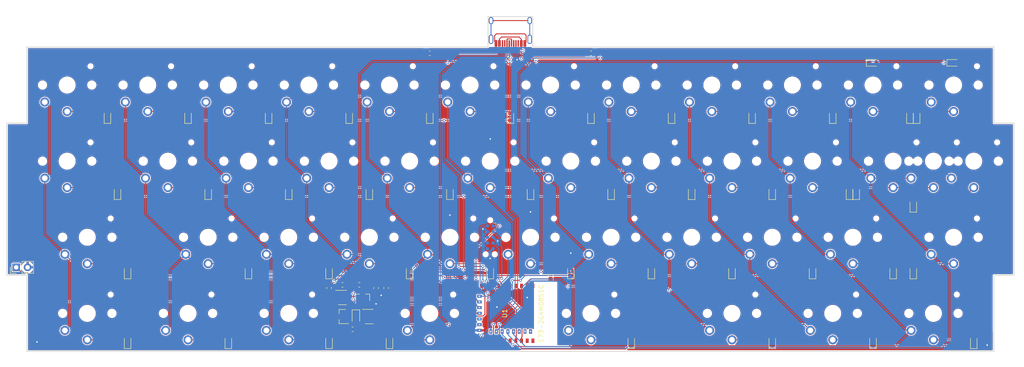
<source format=kicad_pcb>
(kicad_pcb (version 20171130) (host pcbnew "(5.1.5-0-10_14)")
  (layers (0 F.Cu signal) (31 B.Cu signal) (34 B.Paste user) (35 F.Paste user) (36 B.SilkS user) (37 F.SilkS user) (38 B.Mask user) (39 F.Mask user) (44 Edge.Cuts user))
  (net 0 "")
  (net 1 GND)
  (net 2 VBUS)
  (net 3 VBAT)
  (net 4 DATA+)
  (net 5 DATA-)
  (net 6 BLUE_LED)
  (net 7 SWC)
  (net 8 SWD)
  (net 9 POWER_PIN)
  (net 10 CC2)
  (net 11 CC1)
  (net 12 nRF_VDD)
  (net 13 BATTERY_PIN)
  (net 14 "Net-(D1-Pad2)")
  (net 15 "Net-(D2-Pad2)")
  (net 16 "Net-(D3-Pad2)")
  (net 17 "Net-(D4-Pad2)")
  (net 18 "Net-(D5-Pad2)")
  (net 19 "Net-(D6-Pad2)")
  (net 20 "Net-(D7-Pad2)")
  (net 21 "Net-(D8-Pad2)")
  (net 22 "Net-(D9-Pad2)")
  (net 23 "Net-(D10-Pad2)")
  (net 24 "Net-(D11-Pad2)")
  (net 25 "Net-(D12-Pad2)")
  (net 26 "Net-(D13-Pad2)")
  (net 27 "Net-(D14-Pad2)")
  (net 28 "Net-(D15-Pad2)")
  (net 29 "Net-(D16-Pad2)")
  (net 30 "Net-(D17-Pad2)")
  (net 31 "Net-(D18-Pad2)")
  (net 32 "Net-(D19-Pad2)")
  (net 33 "Net-(D20-Pad2)")
  (net 34 "Net-(D21-Pad2)")
  (net 35 "Net-(D22-Pad2)")
  (net 36 "Net-(D23-Pad2)")
  (net 37 "Net-(D24-Pad2)")
  (net 38 "Net-(D25-Pad2)")
  (net 39 "Net-(D26-Pad2)")
  (net 40 "Net-(D27-Pad2)")
  (net 41 "Net-(D28-Pad2)")
  (net 42 "Net-(D29-Pad2)")
  (net 43 "Net-(D30-Pad2)")
  (net 44 "Net-(D31-Pad2)")
  (net 45 "Net-(D32-Pad2)")
  (net 46 "Net-(D33-Pad2)")
  (net 47 "Net-(D34-Pad2)")
  (net 48 "Net-(D35-Pad2)")
  (net 49 "Net-(D36-Pad2)")
  (net 50 "Net-(D37-Pad2)")
  (net 51 "Net-(D38-Pad2)")
  (net 52 "Net-(D39-Pad2)")
  (net 53 "Net-(D40-Pad2)")
  (net 54 "Net-(D41-Pad2)")
  (net 55 "Net-(D42-Pad2)")
  (net 56 "Net-(D43-Pad2)")
  (net 57 COL0)
  (net 58 COL1)
  (net 59 COL2)
  (net 60 COL3)
  (net 61 COL4)
  (net 62 COL5)
  (net 63 COL6)
  (net 64 COL7)
  (net 65 COL8)
  (net 66 COL9)
  (net 67 COLA)
  (net 68 "Net-(USB1-Pad13)")
  (net 69 ROW0)
  (net 70 ROW1)
  (net 71 ROW2)
  (net 72 ROW3)
  (net 73 "Net-(D46-Pad1)")
  (net 74 "Net-(D47-Pad1)")
  (net 75 "Net-(R5-Pad1)")
  (net 76 "Net-(R8-Pad2)")
  (net 77 RESET)
  (net 78 "Net-(D45-Pad2)")
  (module e73:E73-2G4M08S1C-52840 (layer F.Cu) (at 120 81)
    (fp_text reference U1 (at 7.746775 -0.000467 270) (layer F.SilkS))
    (fp_text value E73-2G4M08S1C)
    (fp_text user E73-2G4M08S1C (at 15.875 0 90) (layer F.SilkS))
    (pad 28 thru_hole rect (at 4.632 4.041) (size 0.65 1) (drill 0.3) (layers *.Cu *.Mask) (net 63 COL6))
    (pad 10 smd rect (at 2.6 -6.119) (size 0.65 1) (layers F.Cu F.Paste F.Mask) (net 69 ROW0))
    (pad 9 smd rect (at 3.87 -6.119) (size 0.65 1) (layers F.Cu F.Paste F.Mask) (net 70 ROW1))
    (pad 8 smd rect (at 5.14 -6.119) (size 0.65 1) (layers F.Cu F.Paste F.Mask) (net 71 ROW2))
    (pad 7 smd rect (at 6.41 -6.119) (size 0.65 1) (layers F.Cu F.Paste F.Mask))
    (pad 6 smd rect (at 7.68 -6.119) (size 0.65 1) (layers F.Cu F.Paste F.Mask))
    (pad 5 smd rect (at 8.95 -6.119) (size 0.65 1) (layers F.Cu F.Paste F.Mask) (net 1 GND))
    (pad 4 smd rect (at 10.22 -6.119) (size 0.65 1) (layers F.Cu F.Paste F.Mask))
    (pad 3 smd rect (at 11.49 -6.119) (size 0.65 1) (layers F.Cu F.Paste F.Mask))
    (pad 2 smd rect (at 12.76 -6.119) (size 0.65 1) (layers F.Cu F.Paste F.Mask) (net 6 BLUE_LED))
    (pad 1 smd rect (at 14.03 -6.119) (size 0.65 1) (layers F.Cu F.Paste F.Mask))
    (pad 31 smd rect (at 6.41 6.119) (size 0.65 1) (layers F.Cu F.Paste F.Mask) (net 4 DATA+))
    (pad 43 smd rect (at 14.03 6.119) (size 0.65 1) (layers F.Cu F.Paste F.Mask))
    (pad 33 smd rect (at 7.68 6.119) (size 0.65 1) (layers F.Cu F.Paste F.Mask) (net 72 ROW3))
    (pad 41 smd rect (at 12.76 6.119) (size 0.65 1) (layers F.Cu F.Paste F.Mask))
    (pad 39 smd rect (at 11.49 6.119) (size 0.65 1) (layers F.Cu F.Paste F.Mask) (net 7 SWC))
    (pad 37 smd rect (at 10.22 6.119) (size 0.65 1) (layers F.Cu F.Paste F.Mask) (net 8 SWD))
    (pad 29 smd rect (at 5.14 6.119) (size 0.65 1) (layers F.Cu F.Paste F.Mask) (net 5 DATA-))
    (pad 35 smd rect (at 8.95 6.119) (size 0.65 1) (layers F.Cu F.Paste F.Mask))
    (pad 27 smd rect (at 3.87 6.119) (size 0.65 1) (layers F.Cu F.Paste F.Mask) (net 2 VBUS))
    (pad 26 smd rect (at 2.6 6.119) (size 0.65 1) (layers F.Cu F.Paste F.Mask) (net 77 RESET))
    (pad 23 smd rect (at 0.381 3.15 90) (size 0.65 1) (layers F.Cu F.Paste F.Mask) (net 12 nRF_VDD))
    (pad 11 smd rect (at 0.381 -4.47 90) (size 0.65 1) (layers F.Cu F.Paste F.Mask) (net 61 COL4))
    (pad 21 smd rect (at 0.381 1.88 90) (size 0.65 1) (layers F.Cu F.Paste F.Mask) (net 1 GND))
    (pad 13 smd rect (at 0.381 -3.2 90) (size 0.65 1) (layers F.Cu F.Paste F.Mask) (net 59 COL2))
    (pad 15 smd rect (at 0.381 -1.93 90) (size 0.65 1) (layers F.Cu F.Paste F.Mask) (net 57 COL0))
    (pad 17 smd rect (at 0.381 -0.66 90) (size 0.65 1) (layers F.Cu F.Paste F.Mask) (net 9 POWER_PIN))
    (pad 25 smd rect (at 0.381 4.42 90) (size 0.65 1) (layers F.Cu F.Paste F.Mask))
    (pad 19 smd rect (at 0.381 0.61 90) (size 0.65 1) (layers F.Cu F.Paste F.Mask) (net 12 nRF_VDD))
    (pad 30 thru_hole rect (at 5.902 4.041) (size 0.65 1) (drill 0.3) (layers *.Cu *.Mask) (net 64 COL7))
    (pad 32 thru_hole rect (at 7.172 4.041) (size 0.65 1) (drill 0.3) (layers *.Cu *.Mask) (net 65 COL8))
    (pad 34 thru_hole rect (at 8.442 4.041) (size 0.65 1) (drill 0.3) (layers *.Cu *.Mask) (net 67 COLA))
    (pad 36 thru_hole rect (at 9.712 4.041) (size 0.65 1) (drill 0.3) (layers *.Cu *.Mask) (net 66 COL9))
    (pad 38 thru_hole rect (at 10.982 4.041) (size 0.65 1) (drill 0.3) (layers *.Cu *.Mask))
    (pad 40 thru_hole rect (at 12.252 4.041) (size 0.65 1) (drill 0.3) (layers *.Cu *.Mask))
    (pad 42 thru_hole rect (at 13.522 4.041) (size 0.65 1) (drill 0.3) (layers *.Cu *.Mask))
    (pad 14 thru_hole rect (at 2.092 -2.563 90) (size 0.65 1) (drill 0.3) (layers *.Cu *.Mask) (net 60 COL3))
    (pad 12 thru_hole rect (at 2.092 -3.833 90) (size 0.65 1) (drill 0.3) (layers *.Cu *.Mask) (net 62 COL5))
    (pad 20 thru_hole rect (at 2.092 1.247 90) (size 0.65 1) (drill 0.3) (layers *.Cu *.Mask))
    (pad 16 thru_hole rect (at 2.092 -1.293 90) (size 0.65 1) (drill 0.3) (layers *.Cu *.Mask) (net 58 COL1))
    (pad 22 thru_hole rect (at 2.092 2.517 90) (size 0.65 1) (drill 0.3) (layers *.Cu *.Mask))
    (pad 24 thru_hole rect (at 2.092 3.787 90) (size 0.65 1) (drill 0.3) (layers *.Cu *.Mask) (net 1 GND))
    (pad 18 thru_hole rect (at 2.092 -0.023 90) (size 0.65 1) (drill 0.3) (layers *.Cu *.Mask) (net 13 BATTERY_PIN))
  )
  (module Connector:Tag-Connect_TC2050-IDC-NL_2x05_P1.27mm_Vertical (layer B.Cu) (at 124.5 63.99998 270)
    (fp_text reference J2)
    (fp_text value Conn_ARM_JTAG_SWD_10)
    (pad "" np_thru_hole circle (at 3.81 1.016 270) (size 0.9906 0.9906) (drill 0.9906) (layers *.Cu *.Mask))
    (pad "" np_thru_hole circle (at 3.81 -1.016 270) (size 0.9906 0.9906) (drill 0.9906) (layers *.Cu *.Mask))
    (pad "" np_thru_hole circle (at -3.81 0 270) (size 0.9906 0.9906) (drill 0.9906) (layers *.Cu *.Mask))
    (pad 1 connect circle (at -2.54 -0.635 270) (size 0.7874 0.7874) (layers B.Cu B.Mask) (net 12 nRF_VDD))
    (pad 2 connect circle (at -1.27 -0.635 270) (size 0.7874 0.7874) (layers B.Cu B.Mask) (net 8 SWD))
    (pad 3 connect circle (at 0 -0.635 270) (size 0.7874 0.7874) (layers B.Cu B.Mask) (net 1 GND))
    (pad 4 connect circle (at 1.27 -0.635 270) (size 0.7874 0.7874) (layers B.Cu B.Mask) (net 7 SWC))
    (pad 5 connect circle (at 2.54 -0.635 270) (size 0.7874 0.7874) (layers B.Cu B.Mask) (net 1 GND))
    (pad 6 connect circle (at 2.54 0.635 270) (size 0.7874 0.7874) (layers B.Cu B.Mask))
    (pad 7 connect circle (at 1.27 0.635 270) (size 0.7874 0.7874) (layers B.Cu B.Mask))
    (pad 8 connect circle (at 0 0.635 270) (size 0.7874 0.7874) (layers B.Cu B.Mask))
    (pad 9 connect circle (at -1.27 0.635 270) (size 0.7874 0.7874) (layers B.Cu B.Mask) (net 1 GND))
    (pad 10 connect circle (at -2.54 0.635 270) (size 0.7874 0.7874) (layers B.Cu B.Mask) (net 77 RESET))
  )
  (module Package_TO_SOT_SMD:SOT-23-5 (layer F.Cu) (at 91.5 77.458307)
    (fp_text reference U3)
    (fp_text value TP4054)
    (pad 5 smd rect (at 1.1 -0.95) (size 1.06 0.65) (layers F.Cu F.Paste F.Mask) (net 75 "Net-(R5-Pad1)"))
    (pad 4 smd rect (at 1.1 0.95) (size 1.06 0.65) (layers F.Cu F.Paste F.Mask) (net 2 VBUS))
    (pad 3 smd rect (at -1.1 0.95) (size 1.06 0.65) (layers F.Cu F.Paste F.Mask) (net 3 VBAT))
    (pad 2 smd rect (at -1.1 0) (size 1.06 0.65) (layers F.Cu F.Paste F.Mask) (net 1 GND))
    (pad 1 smd rect (at -1.1 -0.95) (size 1.06 0.65) (layers F.Cu F.Paste F.Mask) (net 76 "Net-(R8-Pad2)"))
  )
  (module Package_TO_SOT_SMD:SOT-23-5 (layer F.Cu) (at 97.5 81.708305)
    (fp_text reference U2)
    (fp_text value XC6220B331MR-G)
    (pad 1 smd rect (at -1.1 -0.95) (size 1.06 0.65) (layers F.Cu F.Paste F.Mask) (net 74 "Net-(D47-Pad1)"))
    (pad 2 smd rect (at -1.1 0) (size 1.06 0.65) (layers F.Cu F.Paste F.Mask) (net 1 GND))
    (pad 3 smd rect (at -1.1 0.95) (size 1.06 0.65) (layers F.Cu F.Paste F.Mask) (net 74 "Net-(D47-Pad1)"))
    (pad 4 smd rect (at 1.1 0.95) (size 1.06 0.65) (layers F.Cu F.Paste F.Mask))
    (pad 5 smd rect (at 1.1 -0.95) (size 1.06 0.65) (layers F.Cu F.Paste F.Mask) (net 12 nRF_VDD))
  )
  (module Resistor_SMD:R_0603_1608Metric (layer F.Cu) (at 95.25 74.624975 180)
    (fp_text reference R9)
    (fp_text value 2M)
    (pad 2 smd roundrect (at 0.7875 0 180) (size 0.875 0.95) (layers F.Cu F.Paste F.Mask) (net 1 GND))
    (pad 1 smd roundrect (at -0.7875 0 180) (size 0.875 0.95) (layers F.Cu F.Paste F.Mask) (net 9 POWER_PIN))
  )
  (module Resistor_SMD:R_0603_1608Metric (layer F.Cu) (at 88.5 75.333308 270)
    (fp_text reference R8)
    (fp_text value 1K)
    (pad 2 smd roundrect (at 0.7875 0 270) (size 0.875 0.95) (layers F.Cu F.Paste F.Mask) (net 76 "Net-(R8-Pad2)"))
    (pad 1 smd roundrect (at -0.7875 0 270) (size 0.875 0.95) (layers F.Cu F.Paste F.Mask) (net 73 "Net-(D46-Pad1)"))
  )
  (module Resistor_SMD:R_0603_1608Metric (layer F.Cu) (at 101.25 75.333308 270)
    (fp_text reference R7)
    (fp_text value 2M)
    (pad 2 smd roundrect (at 0.7875 0 270) (size 0.875 0.95) (layers F.Cu F.Paste F.Mask) (net 1 GND))
    (pad 1 smd roundrect (at -0.7875 0 270) (size 0.875 0.95) (layers F.Cu F.Paste F.Mask) (net 13 BATTERY_PIN))
  )
  (module Resistor_SMD:R_0603_1608Metric (layer F.Cu) (at 99 75.333308 90)
    (fp_text reference R6)
    (fp_text value 820K)
    (pad 2 smd roundrect (at 0.7875 0 90) (size 0.875 0.95) (layers F.Cu F.Paste F.Mask) (net 13 BATTERY_PIN))
    (pad 1 smd roundrect (at -0.7875 0 90) (size 0.875 0.95) (layers F.Cu F.Paste F.Mask) (net 3 VBAT))
  )
  (module Resistor_SMD:R_0603_1608Metric (layer F.Cu) (at 91.5 74.624975 180)
    (fp_text reference R5)
    (fp_text value 10k)
    (pad 1 smd roundrect (at -0.7875 0 180) (size 0.875 0.95) (layers F.Cu F.Paste F.Mask) (net 75 "Net-(R5-Pad1)"))
    (pad 2 smd roundrect (at 0.7875 0 180) (size 0.875 0.95) (layers F.Cu F.Paste F.Mask) (net 1 GND))
  )
  (module Resistor_SMD:R_0603_1608Metric (layer F.Cu) (at 138 72.499976 90)
    (fp_text reference R4)
    (fp_text value 1K)
    (pad 2 smd roundrect (at 0.7875 0 90) (size 0.875 0.95) (layers F.Cu F.Paste F.Mask) (net 78 "Net-(D45-Pad2)"))
    (pad 1 smd roundrect (at -0.7875 0 90) (size 0.875 0.95) (layers F.Cu F.Paste F.Mask) (net 6 BLUE_LED))
  )
  (module Resistor_SMD:R_0603_1608Metric (layer F.Cu) (at 147 22.916666)
    (fp_text reference R3)
    (fp_text value 5.1K)
    (pad 2 smd roundrect (at 0.7875 0) (size 0.875 0.95) (layers F.Cu F.Paste F.Mask) (net 1 GND))
    (pad 1 smd roundrect (at -0.7875 0) (size 0.875 0.95) (layers F.Cu F.Paste F.Mask) (net 11 CC1))
  )
  (module Resistor_SMD:R_0603_1608Metric (layer F.Cu) (at 111 22.916666 180)
    (fp_text reference R2)
    (fp_text value 5.1K)
    (pad 2 smd roundrect (at 0.7875 0 180) (size 0.875 0.95) (layers F.Cu F.Paste F.Mask) (net 1 GND))
    (pad 1 smd roundrect (at -0.7875 0 180) (size 0.875 0.95) (layers F.Cu F.Paste F.Mask) (net 10 CC2))
  )
  (module Resistor_SMD:R_0603_1608Metric (layer F.Cu) (at 93.75 84.541637)
    (fp_text reference R1)
    (fp_text value 100K)
    (pad 2 smd roundrect (at 0.7875 0) (size 0.875 0.95) (layers F.Cu F.Paste F.Mask) (net 1 GND))
    (pad 1 smd roundrect (at -0.7875 0) (size 0.875 0.95) (layers F.Cu F.Paste F.Mask) (net 2 VBUS))
  )
  (module Package_TO_SOT_SMD:SOT-23 (layer F.Cu) (at 96 77.458307 90)
    (fp_text reference Q2)
    (fp_text value AO3407)
    (pad 1 smd rect (at -1 -0.95 90) (size 0.9 0.8) (layers F.Cu F.Paste F.Mask) (net 9 POWER_PIN))
    (pad 2 smd rect (at -1 0.95 90) (size 0.9 0.8) (layers F.Cu F.Paste F.Mask) (net 12 nRF_VDD))
    (pad 3 smd rect (at 1 0 90) (size 0.9 0.8) (layers F.Cu F.Paste F.Mask))
  )
  (module Package_TO_SOT_SMD:SOT-23 (layer F.Cu) (at 91.5 81.708305 180)
    (fp_text reference Q1)
    (fp_text value AO3407)
    (pad 3 smd rect (at 1 0 180) (size 0.9 0.8) (layers F.Cu F.Paste F.Mask) (net 3 VBAT))
    (pad 2 smd rect (at -1 0.95 180) (size 0.9 0.8) (layers F.Cu F.Paste F.Mask) (net 74 "Net-(D47-Pad1)"))
    (pad 1 smd rect (at -1 -0.95 180) (size 0.9 0.8) (layers F.Cu F.Paste F.Mask) (net 2 VBUS))
  )
  (module Diode_SMD:D_SOD-323F (layer F.Cu) (at 94.5 81.708305 270)
    (fp_text reference D47)
    (fp_text value 1N5819)
    (pad 2 smd rect (at 1.1 0 270) (size 0.5 0.5) (layers F.Cu F.Paste F.Mask) (net 2 VBUS))
    (pad 1 smd rect (at -1.1 0 270) (size 0.5 0.5) (layers F.Cu F.Paste F.Mask) (net 74 "Net-(D47-Pad1)"))
  )
  (module LED_SMD:LED_0603_1608Metric (layer F.Cu) (at 228 25.041665)
    (fp_text reference D46)
    (fp_text value RED)
    (pad 2 smd roundrect (at 0.7875 0) (size 0.875 0.95) (layers F.Cu F.Paste F.Mask) (net 2 VBUS))
    (pad 1 smd roundrect (at -0.7875 0) (size 0.875 0.95) (layers F.Cu F.Paste F.Mask) (net 73 "Net-(D46-Pad1)"))
  )
  (module LED_SMD:LED_0603_1608Metric (layer F.Cu) (at 210 25.041665)
    (fp_text reference D45)
    (fp_text value BLUE)
    (pad 2 smd roundrect (at 0.7875 0) (size 0.875 0.95) (layers F.Cu F.Paste F.Mask) (net 78 "Net-(D45-Pad2)"))
    (pad 1 smd roundrect (at -0.7875 0) (size 0.875 0.95) (layers F.Cu F.Paste F.Mask) (net 1 GND))
  )
  (module Diode_SMD:D_0603_1608Metric (layer F.Cu) (at 232.5 87.374969 90)
    (fp_text reference D43)
    (fp_text value CD4148W)
    (pad 2 smd roundrect (at 0.7875 0 90) (size 0.875 0.95) (layers F.Cu F.Paste F.Mask) (net 56 "Net-(D43-Pad2)"))
    (pad 1 smd roundrect (at -0.7875 0 90) (size 0.875 0.95) (layers F.Cu F.Paste F.Mask) (net 72 ROW3))
  )
  (module Diode_SMD:D_0603_1608Metric (layer F.Cu) (at 210 87.374969 90)
    (fp_text reference D42)
    (fp_text value CD4148W)
    (pad 2 smd roundrect (at 0.7875 0 90) (size 0.875 0.95) (layers F.Cu F.Paste F.Mask) (net 55 "Net-(D42-Pad2)"))
    (pad 1 smd roundrect (at -0.7875 0 90) (size 0.875 0.95) (layers F.Cu F.Paste F.Mask) (net 72 ROW3))
  )
  (module Diode_SMD:D_0603_1608Metric (layer F.Cu) (at 187.5 87.374969 90)
    (fp_text reference D41)
    (fp_text value CD4148W)
    (pad 2 smd roundrect (at 0.7875 0 90) (size 0.875 0.95) (layers F.Cu F.Paste F.Mask) (net 54 "Net-(D41-Pad2)"))
    (pad 1 smd roundrect (at -0.7875 0 90) (size 0.875 0.95) (layers F.Cu F.Paste F.Mask) (net 72 ROW3))
  )
  (module Diode_SMD:D_0603_1608Metric (layer F.Cu) (at 156 87.374969 90)
    (fp_text reference D40)
    (fp_text value CD4148W)
    (pad 2 smd roundrect (at 0.7875 0 90) (size 0.875 0.95) (layers F.Cu F.Paste F.Mask) (net 53 "Net-(D40-Pad2)"))
    (pad 1 smd roundrect (at -0.7875 0 90) (size 0.875 0.95) (layers F.Cu F.Paste F.Mask) (net 72 ROW3))
  )
  (module Diode_SMD:D_0603_1608Metric (layer F.Cu) (at 219 56.91665 90)
    (fp_text reference D39)
    (fp_text value CD4148W)
    (pad 2 smd roundrect (at 0.7875 0 90) (size 0.875 0.95) (layers F.Cu F.Paste F.Mask) (net 52 "Net-(D39-Pad2)"))
    (pad 1 smd roundrect (at -0.7875 0 90) (size 0.875 0.95) (layers F.Cu F.Paste F.Mask) (net 72 ROW3))
  )
  (module Diode_SMD:D_0603_1608Metric (layer F.Cu) (at 102 87.374969 90)
    (fp_text reference D38)
    (fp_text value CD4148W)
    (pad 2 smd roundrect (at 0.7875 0 90) (size 0.875 0.95) (layers F.Cu F.Paste F.Mask) (net 51 "Net-(D38-Pad2)"))
    (pad 1 smd roundrect (at -0.7875 0 90) (size 0.875 0.95) (layers F.Cu F.Paste F.Mask) (net 72 ROW3))
  )
  (module Diode_SMD:D_0603_1608Metric (layer F.Cu) (at 219.75 37.083326 90)
    (fp_text reference D37)
    (fp_text value CD4148W)
    (pad 2 smd roundrect (at 0.7875 0 90) (size 0.875 0.95) (layers F.Cu F.Paste F.Mask) (net 50 "Net-(D37-Pad2)"))
    (pad 1 smd roundrect (at -0.7875 0 90) (size 0.875 0.95) (layers F.Cu F.Paste F.Mask) (net 72 ROW3))
  )
  (module Diode_SMD:D_0603_1608Metric (layer F.Cu) (at 88.5 87.374969 90)
    (fp_text reference D36)
    (fp_text value CD4148W)
    (pad 2 smd roundrect (at 0.7875 0 90) (size 0.875 0.95) (layers F.Cu F.Paste F.Mask) (net 49 "Net-(D36-Pad2)"))
    (pad 1 smd roundrect (at -0.7875 0 90) (size 0.875 0.95) (layers F.Cu F.Paste F.Mask) (net 72 ROW3))
  )
  (module Diode_SMD:D_0603_1608Metric (layer F.Cu) (at 66 87.374969 90)
    (fp_text reference D35)
    (fp_text value CD4148W)
    (pad 2 smd roundrect (at 0.7875 0 90) (size 0.875 0.95) (layers F.Cu F.Paste F.Mask) (net 48 "Net-(D35-Pad2)"))
    (pad 1 smd roundrect (at -0.7875 0 90) (size 0.875 0.95) (layers F.Cu F.Paste F.Mask) (net 72 ROW3))
  )
  (module Diode_SMD:D_0603_1608Metric (layer F.Cu) (at 43.5 87.374969 90)
    (fp_text reference D34)
    (fp_text value CD4148W)
    (pad 2 smd roundrect (at 0.7875 0 90) (size 0.875 0.95) (layers F.Cu F.Paste F.Mask) (net 47 "Net-(D34-Pad2)"))
    (pad 1 smd roundrect (at -0.7875 0 90) (size 0.875 0.95) (layers F.Cu F.Paste F.Mask) (net 72 ROW3))
  )
  (module Diode_SMD:D_0603_1608Metric (layer F.Cu) (at 219 71.791643 90)
    (fp_text reference D33)
    (fp_text value CD4148W)
    (pad 2 smd roundrect (at 0.7875 0 90) (size 0.875 0.95) (layers F.Cu F.Paste F.Mask) (net 46 "Net-(D33-Pad2)"))
    (pad 1 smd roundrect (at -0.7875 0 90) (size 0.875 0.95) (layers F.Cu F.Paste F.Mask) (net 71 ROW2))
  )
  (module Diode_SMD:D_0603_1608Metric (layer F.Cu) (at 214.5 71.791643 90)
    (fp_text reference D32)
    (fp_text value CD4148W)
    (pad 2 smd roundrect (at 0.7875 0 90) (size 0.875 0.95) (layers F.Cu F.Paste F.Mask) (net 45 "Net-(D32-Pad2)"))
    (pad 1 smd roundrect (at -0.7875 0 90) (size 0.875 0.95) (layers F.Cu F.Paste F.Mask) (net 71 ROW2))
  )
  (module Diode_SMD:D_0603_1608Metric (layer F.Cu) (at 196.5 71.791643 90)
    (fp_text reference D31)
    (fp_text value CD4148W)
    (pad 2 smd roundrect (at 0.7875 0 90) (size 0.875 0.95) (layers F.Cu F.Paste F.Mask) (net 44 "Net-(D31-Pad2)"))
    (pad 1 smd roundrect (at -0.7875 0 90) (size 0.875 0.95) (layers F.Cu F.Paste F.Mask) (net 71 ROW2))
  )
  (module Diode_SMD:D_0603_1608Metric (layer F.Cu) (at 178.5 71.791643 90)
    (fp_text reference D30)
    (fp_text value CD4148W)
    (pad 2 smd roundrect (at 0.7875 0 90) (size 0.875 0.95) (layers F.Cu F.Paste F.Mask) (net 43 "Net-(D30-Pad2)"))
    (pad 1 smd roundrect (at -0.7875 0 90) (size 0.875 0.95) (layers F.Cu F.Paste F.Mask) (net 71 ROW2))
  )
  (module Diode_SMD:D_0603_1608Metric (layer F.Cu) (at 160.5 71.791643 90)
    (fp_text reference D29)
    (fp_text value CD4148W)
    (pad 2 smd roundrect (at 0.7875 0 90) (size 0.875 0.95) (layers F.Cu F.Paste F.Mask) (net 42 "Net-(D29-Pad2)"))
    (pad 1 smd roundrect (at -0.7875 0 90) (size 0.875 0.95) (layers F.Cu F.Paste F.Mask) (net 71 ROW2))
  )
  (module Diode_SMD:D_0603_1608Metric (layer F.Cu) (at 142.5 71.791643 90)
    (fp_text reference D28)
    (fp_text value CD4148W)
    (pad 2 smd roundrect (at 0.7875 0 90) (size 0.875 0.95) (layers F.Cu F.Paste F.Mask) (net 41 "Net-(D28-Pad2)"))
    (pad 1 smd roundrect (at -0.7875 0 90) (size 0.875 0.95) (layers F.Cu F.Paste F.Mask) (net 71 ROW2))
  )
  (module Diode_SMD:D_0603_1608Metric (layer F.Cu) (at 124.5 71.791643 90)
    (fp_text reference D27)
    (fp_text value CD4148W)
    (pad 2 smd roundrect (at 0.7875 0 90) (size 0.875 0.95) (layers F.Cu F.Paste F.Mask) (net 40 "Net-(D27-Pad2)"))
    (pad 1 smd roundrect (at -0.7875 0 90) (size 0.875 0.95) (layers F.Cu F.Paste F.Mask) (net 71 ROW2))
  )
  (module Diode_SMD:D_0603_1608Metric (layer F.Cu) (at 106.5 71.791643 90)
    (fp_text reference D26)
    (fp_text value CD4148W)
    (pad 2 smd roundrect (at 0.7875 0 90) (size 0.875 0.95) (layers F.Cu F.Paste F.Mask) (net 39 "Net-(D26-Pad2)"))
    (pad 1 smd roundrect (at -0.7875 0 90) (size 0.875 0.95) (layers F.Cu F.Paste F.Mask) (net 71 ROW2))
  )
  (module Diode_SMD:D_0603_1608Metric (layer F.Cu) (at 88.5 71.791643 90)
    (fp_text reference D25)
    (fp_text value CD4148W)
    (pad 2 smd roundrect (at 0.7875 0 90) (size 0.875 0.95) (layers F.Cu F.Paste F.Mask) (net 38 "Net-(D25-Pad2)"))
    (pad 1 smd roundrect (at -0.7875 0 90) (size 0.875 0.95) (layers F.Cu F.Paste F.Mask) (net 71 ROW2))
  )
  (module Diode_SMD:D_0603_1608Metric (layer F.Cu) (at 70.5 71.791643 90)
    (fp_text reference D24)
    (fp_text value CD4148W)
    (pad 2 smd roundrect (at 0.7875 0 90) (size 0.875 0.95) (layers F.Cu F.Paste F.Mask) (net 37 "Net-(D24-Pad2)"))
    (pad 1 smd roundrect (at -0.7875 0 90) (size 0.875 0.95) (layers F.Cu F.Paste F.Mask) (net 71 ROW2))
  )
  (module Diode_SMD:D_0603_1608Metric (layer F.Cu) (at 43.5 71.791643 90)
    (fp_text reference D23)
    (fp_text value CD4148W)
    (pad 2 smd roundrect (at 0.7875 0 90) (size 0.875 0.95) (layers F.Cu F.Paste F.Mask) (net 36 "Net-(D23-Pad2)"))
    (pad 1 smd roundrect (at -0.7875 0 90) (size 0.875 0.95) (layers F.Cu F.Paste F.Mask) (net 71 ROW2))
  )
  (module Diode_SMD:D_0603_1608Metric (layer F.Cu) (at 206.25 54.083318 90)
    (fp_text reference D22)
    (fp_text value CD4148W)
    (pad 2 smd roundrect (at 0.7875 0 90) (size 0.875 0.95) (layers F.Cu F.Paste F.Mask) (net 35 "Net-(D22-Pad2)"))
    (pad 1 smd roundrect (at -0.7875 0 90) (size 0.875 0.95) (layers F.Cu F.Paste F.Mask) (net 70 ROW1))
  )
  (module Diode_SMD:D_0603_1608Metric (layer F.Cu) (at 204.75 54.083318 90)
    (fp_text reference D21)
    (fp_text value CD4148W)
    (pad 2 smd roundrect (at 0.7875 0 90) (size 0.875 0.95) (layers F.Cu F.Paste F.Mask) (net 34 "Net-(D21-Pad2)"))
    (pad 1 smd roundrect (at -0.7875 0 90) (size 0.875 0.95) (layers F.Cu F.Paste F.Mask) (net 70 ROW1))
  )
  (module Diode_SMD:D_0603_1608Metric (layer F.Cu) (at 187.5 54.083318 90)
    (fp_text reference D20)
    (fp_text value CD4148W)
    (pad 2 smd roundrect (at 0.7875 0 90) (size 0.875 0.95) (layers F.Cu F.Paste F.Mask) (net 33 "Net-(D20-Pad2)"))
    (pad 1 smd roundrect (at -0.7875 0 90) (size 0.875 0.95) (layers F.Cu F.Paste F.Mask) (net 70 ROW1))
  )
  (module Diode_SMD:D_0603_1608Metric (layer F.Cu) (at 169.5 54.083318 90)
    (fp_text reference D19)
    (fp_text value CD4148W)
    (pad 2 smd roundrect (at 0.7875 0 90) (size 0.875 0.95) (layers F.Cu F.Paste F.Mask) (net 32 "Net-(D19-Pad2)"))
    (pad 1 smd roundrect (at -0.7875 0 90) (size 0.875 0.95) (layers F.Cu F.Paste F.Mask) (net 70 ROW1))
  )
  (module Diode_SMD:D_0603_1608Metric (layer F.Cu) (at 151.5 54.083318 90)
    (fp_text reference D18)
    (fp_text value CD4148W)
    (pad 2 smd roundrect (at 0.7875 0 90) (size 0.875 0.95) (layers F.Cu F.Paste F.Mask) (net 31 "Net-(D18-Pad2)"))
    (pad 1 smd roundrect (at -0.7875 0 90) (size 0.875 0.95) (layers F.Cu F.Paste F.Mask) (net 70 ROW1))
  )
  (module Diode_SMD:D_0603_1608Metric (layer F.Cu) (at 133.5 54.083318 90)
    (fp_text reference D17)
    (fp_text value CD4148W)
    (pad 2 smd roundrect (at 0.7875 0 90) (size 0.875 0.95) (layers F.Cu F.Paste F.Mask) (net 30 "Net-(D17-Pad2)"))
    (pad 1 smd roundrect (at -0.7875 0 90) (size 0.875 0.95) (layers F.Cu F.Paste F.Mask) (net 70 ROW1))
  )
  (module Diode_SMD:D_0603_1608Metric (layer F.Cu) (at 115.5 54.083318 90)
    (fp_text reference D16)
    (fp_text value CD4148W)
    (pad 2 smd roundrect (at 0.7875 0 90) (size 0.875 0.95) (layers F.Cu F.Paste F.Mask) (net 29 "Net-(D16-Pad2)"))
    (pad 1 smd roundrect (at -0.7875 0 90) (size 0.875 0.95) (layers F.Cu F.Paste F.Mask) (net 70 ROW1))
  )
  (module Diode_SMD:D_0603_1608Metric (layer F.Cu) (at 97.5 54.083318 90)
    (fp_text reference D15)
    (fp_text value CD4148W)
    (pad 2 smd roundrect (at 0.7875 0 90) (size 0.875 0.95) (layers F.Cu F.Paste F.Mask) (net 28 "Net-(D15-Pad2)"))
    (pad 1 smd roundrect (at -0.7875 0 90) (size 0.875 0.95) (layers F.Cu F.Paste F.Mask) (net 70 ROW1))
  )
  (module Diode_SMD:D_0603_1608Metric (layer F.Cu) (at 79.5 54.083318 90)
    (fp_text reference D14)
    (fp_text value CD4148W)
    (pad 2 smd roundrect (at 0.7875 0 90) (size 0.875 0.95) (layers F.Cu F.Paste F.Mask) (net 27 "Net-(D14-Pad2)"))
    (pad 1 smd roundrect (at -0.7875 0 90) (size 0.875 0.95) (layers F.Cu F.Paste F.Mask) (net 70 ROW1))
  )
  (module Diode_SMD:D_0603_1608Metric (layer F.Cu) (at 61.5 54.083318 90)
    (fp_text reference D13)
    (fp_text value CD4148W)
    (pad 2 smd roundrect (at 0.7875 0 90) (size 0.875 0.95) (layers F.Cu F.Paste F.Mask) (net 26 "Net-(D13-Pad2)"))
    (pad 1 smd roundrect (at -0.7875 0 90) (size 0.875 0.95) (layers F.Cu F.Paste F.Mask) (net 70 ROW1))
  )
  (module Diode_SMD:D_0603_1608Metric (layer F.Cu) (at 41.25 54.083318 90)
    (fp_text reference D12)
    (fp_text value CD4148W)
    (pad 2 smd roundrect (at 0.7875 0 90) (size 0.875 0.95) (layers F.Cu F.Paste F.Mask) (net 25 "Net-(D12-Pad2)"))
    (pad 1 smd roundrect (at -0.7875 0 90) (size 0.875 0.95) (layers F.Cu F.Paste F.Mask) (net 70 ROW1))
  )
  (module Diode_SMD:D_0603_1608Metric (layer F.Cu) (at 218.25 37.083326 90)
    (fp_text reference D11)
    (fp_text value CD4148W)
    (pad 2 smd roundrect (at 0.7875 0 90) (size 0.875 0.95) (layers F.Cu F.Paste F.Mask) (net 24 "Net-(D11-Pad2)"))
    (pad 1 smd roundrect (at -0.7875 0 90) (size 0.875 0.95) (layers F.Cu F.Paste F.Mask) (net 69 ROW0))
  )
  (module Diode_SMD:D_0603_1608Metric (layer F.Cu) (at 201 37.083326 90)
    (fp_text reference D10)
    (fp_text value CD4148W)
    (pad 2 smd roundrect (at 0.7875 0 90) (size 0.875 0.95) (layers F.Cu F.Paste F.Mask) (net 23 "Net-(D10-Pad2)"))
    (pad 1 smd roundrect (at -0.7875 0 90) (size 0.875 0.95) (layers F.Cu F.Paste F.Mask) (net 69 ROW0))
  )
  (module Diode_SMD:D_0603_1608Metric (layer F.Cu) (at 183 37.083326 90)
    (fp_text reference D9)
    (fp_text value CD4148W)
    (pad 2 smd roundrect (at 0.7875 0 90) (size 0.875 0.95) (layers F.Cu F.Paste F.Mask) (net 22 "Net-(D9-Pad2)"))
    (pad 1 smd roundrect (at -0.7875 0 90) (size 0.875 0.95) (layers F.Cu F.Paste F.Mask) (net 69 ROW0))
  )
  (module Diode_SMD:D_0603_1608Metric (layer F.Cu) (at 165 37.083326 90)
    (fp_text reference D8)
    (fp_text value CD4148W)
    (pad 2 smd roundrect (at 0.7875 0 90) (size 0.875 0.95) (layers F.Cu F.Paste F.Mask) (net 21 "Net-(D8-Pad2)"))
    (pad 1 smd roundrect (at -0.7875 0 90) (size 0.875 0.95) (layers F.Cu F.Paste F.Mask) (net 69 ROW0))
  )
  (module Diode_SMD:D_0603_1608Metric (layer F.Cu) (at 147 37.083326 90)
    (fp_text reference D7)
    (fp_text value CD4148W)
    (pad 2 smd roundrect (at 0.7875 0 90) (size 0.875 0.95) (layers F.Cu F.Paste F.Mask) (net 20 "Net-(D7-Pad2)"))
    (pad 1 smd roundrect (at -0.7875 0 90) (size 0.875 0.95) (layers F.Cu F.Paste F.Mask) (net 69 ROW0))
  )
  (module Diode_SMD:D_0603_1608Metric (layer F.Cu) (at 129 37.083326 90)
    (fp_text reference D6)
    (fp_text value CD4148W)
    (pad 2 smd roundrect (at 0.7875 0 90) (size 0.875 0.95) (layers F.Cu F.Paste F.Mask) (net 19 "Net-(D6-Pad2)"))
    (pad 1 smd roundrect (at -0.7875 0 90) (size 0.875 0.95) (layers F.Cu F.Paste F.Mask) (net 69 ROW0))
  )
  (module Diode_SMD:D_0603_1608Metric (layer F.Cu) (at 111 37.083326 90)
    (fp_text reference D5)
    (fp_text value CD4148W)
    (pad 2 smd roundrect (at 0.7875 0 90) (size 0.875 0.95) (layers F.Cu F.Paste F.Mask) (net 18 "Net-(D5-Pad2)"))
    (pad 1 smd roundrect (at -0.7875 0 90) (size 0.875 0.95) (layers F.Cu F.Paste F.Mask) (net 69 ROW0))
  )
  (module Diode_SMD:D_0603_1608Metric (layer F.Cu) (at 93 37.083326 90)
    (fp_text reference D4)
    (fp_text value CD4148W)
    (pad 2 smd roundrect (at 0.7875 0 90) (size 0.875 0.95) (layers F.Cu F.Paste F.Mask) (net 17 "Net-(D4-Pad2)"))
    (pad 1 smd roundrect (at -0.7875 0 90) (size 0.875 0.95) (layers F.Cu F.Paste F.Mask) (net 69 ROW0))
  )
  (module Diode_SMD:D_0603_1608Metric (layer F.Cu) (at 75 37.083326 90)
    (fp_text reference D3)
    (fp_text value CD4148W)
    (pad 2 smd roundrect (at 0.7875 0 90) (size 0.875 0.95) (layers F.Cu F.Paste F.Mask) (net 16 "Net-(D3-Pad2)"))
    (pad 1 smd roundrect (at -0.7875 0 90) (size 0.875 0.95) (layers F.Cu F.Paste F.Mask) (net 69 ROW0))
  )
  (module Diode_SMD:D_0603_1608Metric (layer F.Cu) (at 57 37.083326 90)
    (fp_text reference D2)
    (fp_text value CD4148W)
    (pad 2 smd roundrect (at 0.7875 0 90) (size 0.875 0.95) (layers F.Cu F.Paste F.Mask) (net 15 "Net-(D2-Pad2)"))
    (pad 1 smd roundrect (at -0.7875 0 90) (size 0.875 0.95) (layers F.Cu F.Paste F.Mask) (net 69 ROW0))
  )
  (module Diode_SMD:D_0603_1608Metric (layer F.Cu) (at 39 37.083326 90)
    (fp_text reference D1)
    (fp_text value CD4148W)
    (pad 2 smd roundrect (at 0.7875 0 90) (size 0.875 0.95) (layers F.Cu F.Paste F.Mask) (net 14 "Net-(D1-Pad2)"))
    (pad 1 smd roundrect (at -0.7875 0 90) (size 0.875 0.95) (layers F.Cu F.Paste F.Mask) (net 69 ROW0))
  )
  (module Connector_PinHeader_2.54mm:PinHeader_1x02_P2.54mm_Vertical (layer F.Cu) (at 18.61875 70.7125 90)
    (fp_text reference J1)
    (fp_text value Conn_01x02)
    (pad 2 thru_hole oval (at 0 2.54 90) (size 1.7 1.7) (drill 1) (layers *.Cu *.Mask) (net 1 GND))
    (pad 1 thru_hole rect (at 0 0 90) (size 1.7 1.7) (drill 1) (layers *.Cu *.Mask) (net 3 VBAT))
  )
  (module Type-C:HRO-TYPE-C-31-M-12 (layer F.Cu) (at 129 13 180)
    (fp_text reference USB1)
    (fp_text value HRO-TYPE-C-31-M-12)
    (pad 13 thru_hole oval (at 4.32 -2.6 180) (size 1 1.6) (drill oval 0.6 1.2) (layers *.Cu B.Mask) (net 68 "Net-(USB1-Pad13)"))
    (pad 13 thru_hole oval (at -4.32 -2.6 180) (size 1 1.6) (drill oval 0.6 1.2) (layers *.Cu B.Mask) (net 68 "Net-(USB1-Pad13)"))
    (pad 13 thru_hole oval (at 4.32 -6.78 180) (size 1 2.1) (drill oval 0.6 1.7) (layers *.Cu B.Mask) (net 68 "Net-(USB1-Pad13)"))
    (pad 13 thru_hole oval (at -4.32 -6.78 180) (size 1 2.1) (drill oval 0.6 1.7) (layers *.Cu B.Mask) (net 68 "Net-(USB1-Pad13)"))
    (pad "" np_thru_hole circle (at -2.89 -6.25 180) (size 0.65 0.65) (drill 0.65) (layers *.Cu *.Mask))
    (pad "" np_thru_hole circle (at 2.89 -6.25 180) (size 0.65 0.65) (drill 0.65) (layers *.Cu *.Mask))
    (pad 6 smd rect (at -0.25 -7.695 180) (size 0.3 1.45) (layers F.Cu F.Paste F.Mask) (net 4 DATA+))
    (pad 7 smd rect (at 0.25 -7.695 180) (size 0.3 1.45) (layers F.Cu F.Paste F.Mask) (net 5 DATA-))
    (pad 8 smd rect (at 0.75 -7.695 180) (size 0.3 1.45) (layers F.Cu F.Paste F.Mask) (net 4 DATA+))
    (pad 5 smd rect (at -0.75 -7.695 180) (size 0.3 1.45) (layers F.Cu F.Paste F.Mask) (net 5 DATA-))
    (pad 9 smd rect (at 1.25 -7.695 180) (size 0.3 1.45) (layers F.Cu F.Paste F.Mask))
    (pad 4 smd rect (at -1.25 -7.695 180) (size 0.3 1.45) (layers F.Cu F.Paste F.Mask) (net 11 CC1))
    (pad 10 smd rect (at 1.75 -7.695 180) (size 0.3 1.45) (layers F.Cu F.Paste F.Mask) (net 10 CC2))
    (pad 3 smd rect (at -1.75 -7.695 180) (size 0.3 1.45) (layers F.Cu F.Paste F.Mask))
    (pad 2 smd rect (at -2.45 -7.695 180) (size 0.6 1.45) (layers F.Cu F.Paste F.Mask) (net 2 VBUS))
    (pad 11 smd rect (at 2.45 -7.695 180) (size 0.6 1.45) (layers F.Cu F.Paste F.Mask) (net 2 VBUS))
    (pad 1 smd rect (at -3.225 -7.695 180) (size 0.6 1.45) (layers F.Cu F.Paste F.Mask) (net 1 GND))
    (pad 12 smd rect (at 3.225 -7.695 180) (size 0.6 1.45) (layers F.Cu F.Paste F.Mask) (net 1 GND))
  )
  (module other-random-parts:SW_PG1350_choc_spacing (layer F.Cu) (at 223.5 47)
    (fp_text reference SW45 hide)
    (fp_text value SW_Push hide)
    (pad "" np_thru_hole circle (at 0 0) (size 3.429 3.429) (drill 3.429) (layers *.Cu *.Mask))
    (pad 2 thru_hole circle (at -5 3.8) (size 2.032 2.032) (drill 1.27) (layers *.Cu *.Mask) (net 67 COLA))
    (pad 1 thru_hole circle (at 0 5.9) (size 2.032 2.032) (drill 1.27) (layers *.Cu *.Mask) (net 35 "Net-(D22-Pad2)"))
    (pad "" np_thru_hole circle (at 5.22 -4.2) (size 0.9906 0.9906) (drill 0.9906) (layers *.Cu *.Mask))
    (pad "" np_thru_hole circle (at 5.5 0) (size 1.7018 1.7018) (drill 1.7018) (layers *.Cu *.Mask))
    (pad "" np_thru_hole circle (at -5.5 0) (size 1.7018 1.7018) (drill 1.7018) (layers *.Cu *.Mask))
  )
  (module other-random-parts:SW_PG1350_choc_spacing (layer F.Cu) (at 223.5 81)
    (fp_text reference SW43 hide)
    (fp_text value SW_Push hide)
    (pad "" np_thru_hole circle (at 0 0) (size 3.429 3.429) (drill 3.429) (layers *.Cu *.Mask))
    (pad 2 thru_hole circle (at -5 3.8) (size 2.032 2.032) (drill 1.27) (layers *.Cu *.Mask) (net 66 COL9))
    (pad 1 thru_hole circle (at 0 5.9) (size 2.032 2.032) (drill 1.27) (layers *.Cu *.Mask) (net 56 "Net-(D43-Pad2)"))
    (pad "" np_thru_hole circle (at 5.22 -4.2) (size 0.9906 0.9906) (drill 0.9906) (layers *.Cu *.Mask))
    (pad "" np_thru_hole circle (at 5.5 0) (size 1.7018 1.7018) (drill 1.7018) (layers *.Cu *.Mask))
    (pad "" np_thru_hole circle (at -5.5 0) (size 1.7018 1.7018) (drill 1.7018) (layers *.Cu *.Mask))
  )
  (module other-random-parts:SW_PG1350_choc_spacing (layer F.Cu) (at 201 81)
    (fp_text reference SW42 hide)
    (fp_text value SW_Push hide)
    (pad "" np_thru_hole circle (at 0 0) (size 3.429 3.429) (drill 3.429) (layers *.Cu *.Mask))
    (pad 2 thru_hole circle (at -5 3.8) (size 2.032 2.032) (drill 1.27) (layers *.Cu *.Mask) (net 65 COL8))
    (pad 1 thru_hole circle (at 0 5.9) (size 2.032 2.032) (drill 1.27) (layers *.Cu *.Mask) (net 55 "Net-(D42-Pad2)"))
    (pad "" np_thru_hole circle (at 5.22 -4.2) (size 0.9906 0.9906) (drill 0.9906) (layers *.Cu *.Mask))
    (pad "" np_thru_hole circle (at 5.5 0) (size 1.7018 1.7018) (drill 1.7018) (layers *.Cu *.Mask))
    (pad "" np_thru_hole circle (at -5.5 0) (size 1.7018 1.7018) (drill 1.7018) (layers *.Cu *.Mask))
  )
  (module other-random-parts:SW_PG1350_choc_spacing (layer F.Cu) (at 178.5 81)
    (fp_text reference SW41 hide)
    (fp_text value SW_Push hide)
    (pad "" np_thru_hole circle (at 0 0) (size 3.429 3.429) (drill 3.429) (layers *.Cu *.Mask))
    (pad 2 thru_hole circle (at -5 3.8) (size 2.032 2.032) (drill 1.27) (layers *.Cu *.Mask) (net 64 COL7))
    (pad 1 thru_hole circle (at 0 5.9) (size 2.032 2.032) (drill 1.27) (layers *.Cu *.Mask) (net 54 "Net-(D41-Pad2)"))
    (pad "" np_thru_hole circle (at 5.22 -4.2) (size 0.9906 0.9906) (drill 0.9906) (layers *.Cu *.Mask))
    (pad "" np_thru_hole circle (at 5.5 0) (size 1.7018 1.7018) (drill 1.7018) (layers *.Cu *.Mask))
    (pad "" np_thru_hole circle (at -5.5 0) (size 1.7018 1.7018) (drill 1.7018) (layers *.Cu *.Mask))
  )
  (module other-random-parts:SW_PG1350_choc_spacing (layer F.Cu) (at 147 81)
    (fp_text reference SW40 hide)
    (fp_text value SW_Push hide)
    (pad "" np_thru_hole circle (at 0 0) (size 3.429 3.429) (drill 3.429) (layers *.Cu *.Mask))
    (pad 2 thru_hole circle (at -5 3.8) (size 2.032 2.032) (drill 1.27) (layers *.Cu *.Mask) (net 63 COL6))
    (pad 1 thru_hole circle (at 0 5.9) (size 2.032 2.032) (drill 1.27) (layers *.Cu *.Mask) (net 53 "Net-(D40-Pad2)"))
    (pad "" np_thru_hole circle (at 5.22 -4.2) (size 0.9906 0.9906) (drill 0.9906) (layers *.Cu *.Mask))
    (pad "" np_thru_hole circle (at 5.5 0) (size 1.7018 1.7018) (drill 1.7018) (layers *.Cu *.Mask))
    (pad "" np_thru_hole circle (at -5.5 0) (size 1.7018 1.7018) (drill 1.7018) (layers *.Cu *.Mask))
  )
  (module other-random-parts:SW_PG1350_choc_spacing (layer F.Cu) (at 232.5 47)
    (fp_text reference SW39 hide)
    (fp_text value SW_Push hide)
    (pad "" np_thru_hole circle (at 0 0) (size 3.429 3.429) (drill 3.429) (layers *.Cu *.Mask))
    (pad 2 thru_hole circle (at -5 3.8) (size 2.032 2.032) (drill 1.27) (layers *.Cu *.Mask) (net 62 COL5))
    (pad 1 thru_hole circle (at 0 5.9) (size 2.032 2.032) (drill 1.27) (layers *.Cu *.Mask) (net 52 "Net-(D39-Pad2)"))
    (pad "" np_thru_hole circle (at 5.22 -4.2) (size 0.9906 0.9906) (drill 0.9906) (layers *.Cu *.Mask))
    (pad "" np_thru_hole circle (at 5.5 0) (size 1.7018 1.7018) (drill 1.7018) (layers *.Cu *.Mask))
    (pad "" np_thru_hole circle (at -5.5 0) (size 1.7018 1.7018) (drill 1.7018) (layers *.Cu *.Mask))
  )
  (module other-random-parts:SW_PG1350_choc_spacing (layer F.Cu) (at 111 81)
    (fp_text reference SW38 hide)
    (fp_text value SW_Push hide)
    (pad "" np_thru_hole circle (at 0 0) (size 3.429 3.429) (drill 3.429) (layers *.Cu *.Mask))
    (pad 2 thru_hole circle (at -5 3.8) (size 2.032 2.032) (drill 1.27) (layers *.Cu *.Mask) (net 61 COL4))
    (pad 1 thru_hole circle (at 0 5.9) (size 2.032 2.032) (drill 1.27) (layers *.Cu *.Mask) (net 51 "Net-(D38-Pad2)"))
    (pad "" np_thru_hole circle (at 5.22 -4.2) (size 0.9906 0.9906) (drill 0.9906) (layers *.Cu *.Mask))
    (pad "" np_thru_hole circle (at 5.5 0) (size 1.7018 1.7018) (drill 1.7018) (layers *.Cu *.Mask))
    (pad "" np_thru_hole circle (at -5.5 0) (size 1.7018 1.7018) (drill 1.7018) (layers *.Cu *.Mask))
  )
  (module other-random-parts:SW_PG1350_choc_spacing (layer F.Cu) (at 228 30)
    (fp_text reference SW37 hide)
    (fp_text value SW_Push hide)
    (pad "" np_thru_hole circle (at 0 0) (size 3.429 3.429) (drill 3.429) (layers *.Cu *.Mask))
    (pad 2 thru_hole circle (at -5 3.8) (size 2.032 2.032) (drill 1.27) (layers *.Cu *.Mask) (net 60 COL3))
    (pad 1 thru_hole circle (at 0 5.9) (size 2.032 2.032) (drill 1.27) (layers *.Cu *.Mask) (net 50 "Net-(D37-Pad2)"))
    (pad "" np_thru_hole circle (at 5.22 -4.2) (size 0.9906 0.9906) (drill 0.9906) (layers *.Cu *.Mask))
    (pad "" np_thru_hole circle (at 5.5 0) (size 1.7018 1.7018) (drill 1.7018) (layers *.Cu *.Mask))
    (pad "" np_thru_hole circle (at -5.5 0) (size 1.7018 1.7018) (drill 1.7018) (layers *.Cu *.Mask))
  )
  (module other-random-parts:SW_PG1350_choc_spacing (layer F.Cu) (at 79.5 81)
    (fp_text reference SW36 hide)
    (fp_text value SW_Push hide)
    (pad "" np_thru_hole circle (at 0 0) (size 3.429 3.429) (drill 3.429) (layers *.Cu *.Mask))
    (pad 2 thru_hole circle (at -5 3.8) (size 2.032 2.032) (drill 1.27) (layers *.Cu *.Mask) (net 59 COL2))
    (pad 1 thru_hole circle (at 0 5.9) (size 2.032 2.032) (drill 1.27) (layers *.Cu *.Mask) (net 49 "Net-(D36-Pad2)"))
    (pad "" np_thru_hole circle (at 5.22 -4.2) (size 0.9906 0.9906) (drill 0.9906) (layers *.Cu *.Mask))
    (pad "" np_thru_hole circle (at 5.5 0) (size 1.7018 1.7018) (drill 1.7018) (layers *.Cu *.Mask))
    (pad "" np_thru_hole circle (at -5.5 0) (size 1.7018 1.7018) (drill 1.7018) (layers *.Cu *.Mask))
  )
  (module other-random-parts:SW_PG1350_choc_spacing (layer F.Cu) (at 57 81)
    (fp_text reference SW35 hide)
    (fp_text value SW_Push hide)
    (pad "" np_thru_hole circle (at 0 0) (size 3.429 3.429) (drill 3.429) (layers *.Cu *.Mask))
    (pad 2 thru_hole circle (at -5 3.8) (size 2.032 2.032) (drill 1.27) (layers *.Cu *.Mask) (net 58 COL1))
    (pad 1 thru_hole circle (at 0 5.9) (size 2.032 2.032) (drill 1.27) (layers *.Cu *.Mask) (net 48 "Net-(D35-Pad2)"))
    (pad "" np_thru_hole circle (at 5.22 -4.2) (size 0.9906 0.9906) (drill 0.9906) (layers *.Cu *.Mask))
    (pad "" np_thru_hole circle (at 5.5 0) (size 1.7018 1.7018) (drill 1.7018) (layers *.Cu *.Mask))
    (pad "" np_thru_hole circle (at -5.5 0) (size 1.7018 1.7018) (drill 1.7018) (layers *.Cu *.Mask))
  )
  (module other-random-parts:SW_PG1350_choc_spacing (layer F.Cu) (at 34.5 81)
    (fp_text reference SW34 hide)
    (fp_text value SW_Push hide)
    (pad "" np_thru_hole circle (at 0 0) (size 3.429 3.429) (drill 3.429) (layers *.Cu *.Mask))
    (pad 2 thru_hole circle (at -5 3.8) (size 2.032 2.032) (drill 1.27) (layers *.Cu *.Mask) (net 57 COL0))
    (pad 1 thru_hole circle (at 0 5.9) (size 2.032 2.032) (drill 1.27) (layers *.Cu *.Mask) (net 47 "Net-(D34-Pad2)"))
    (pad "" np_thru_hole circle (at 5.22 -4.2) (size 0.9906 0.9906) (drill 0.9906) (layers *.Cu *.Mask))
    (pad "" np_thru_hole circle (at 5.5 0) (size 1.7018 1.7018) (drill 1.7018) (layers *.Cu *.Mask))
    (pad "" np_thru_hole circle (at -5.5 0) (size 1.7018 1.7018) (drill 1.7018) (layers *.Cu *.Mask))
  )
  (module other-random-parts:SW_PG1350_choc_spacing (layer F.Cu) (at 228 64)
    (fp_text reference SW33 hide)
    (fp_text value SW_Push hide)
    (pad "" np_thru_hole circle (at 0 0) (size 3.429 3.429) (drill 3.429) (layers *.Cu *.Mask))
    (pad 2 thru_hole circle (at -5 3.8) (size 2.032 2.032) (drill 1.27) (layers *.Cu *.Mask) (net 67 COLA))
    (pad 1 thru_hole circle (at 0 5.9) (size 2.032 2.032) (drill 1.27) (layers *.Cu *.Mask) (net 46 "Net-(D33-Pad2)"))
    (pad "" np_thru_hole circle (at 5.22 -4.2) (size 0.9906 0.9906) (drill 0.9906) (layers *.Cu *.Mask))
    (pad "" np_thru_hole circle (at 5.5 0) (size 1.7018 1.7018) (drill 1.7018) (layers *.Cu *.Mask))
    (pad "" np_thru_hole circle (at -5.5 0) (size 1.7018 1.7018) (drill 1.7018) (layers *.Cu *.Mask))
  )
  (module other-random-parts:SW_PG1350_choc_spacing (layer F.Cu) (at 205.5 64)
    (fp_text reference SW32 hide)
    (fp_text value SW_Push hide)
    (pad "" np_thru_hole circle (at 0 0) (size 3.429 3.429) (drill 3.429) (layers *.Cu *.Mask))
    (pad 2 thru_hole circle (at -5 3.8) (size 2.032 2.032) (drill 1.27) (layers *.Cu *.Mask) (net 66 COL9))
    (pad 1 thru_hole circle (at 0 5.9) (size 2.032 2.032) (drill 1.27) (layers *.Cu *.Mask) (net 45 "Net-(D32-Pad2)"))
    (pad "" np_thru_hole circle (at 5.22 -4.2) (size 0.9906 0.9906) (drill 0.9906) (layers *.Cu *.Mask))
    (pad "" np_thru_hole circle (at 5.5 0) (size 1.7018 1.7018) (drill 1.7018) (layers *.Cu *.Mask))
    (pad "" np_thru_hole circle (at -5.5 0) (size 1.7018 1.7018) (drill 1.7018) (layers *.Cu *.Mask))
  )
  (module other-random-parts:SW_PG1350_choc_spacing (layer F.Cu) (at 187.5 64)
    (fp_text reference SW31 hide)
    (fp_text value SW_Push hide)
    (pad "" np_thru_hole circle (at 0 0) (size 3.429 3.429) (drill 3.429) (layers *.Cu *.Mask))
    (pad 2 thru_hole circle (at -5 3.8) (size 2.032 2.032) (drill 1.27) (layers *.Cu *.Mask) (net 65 COL8))
    (pad 1 thru_hole circle (at 0 5.9) (size 2.032 2.032) (drill 1.27) (layers *.Cu *.Mask) (net 44 "Net-(D31-Pad2)"))
    (pad "" np_thru_hole circle (at 5.22 -4.2) (size 0.9906 0.9906) (drill 0.9906) (layers *.Cu *.Mask))
    (pad "" np_thru_hole circle (at 5.5 0) (size 1.7018 1.7018) (drill 1.7018) (layers *.Cu *.Mask))
    (pad "" np_thru_hole circle (at -5.5 0) (size 1.7018 1.7018) (drill 1.7018) (layers *.Cu *.Mask))
  )
  (module other-random-parts:SW_PG1350_choc_spacing (layer F.Cu) (at 169.5 64)
    (fp_text reference SW30 hide)
    (fp_text value SW_Push hide)
    (pad "" np_thru_hole circle (at 0 0) (size 3.429 3.429) (drill 3.429) (layers *.Cu *.Mask))
    (pad 2 thru_hole circle (at -5 3.8) (size 2.032 2.032) (drill 1.27) (layers *.Cu *.Mask) (net 64 COL7))
    (pad 1 thru_hole circle (at 0 5.9) (size 2.032 2.032) (drill 1.27) (layers *.Cu *.Mask) (net 43 "Net-(D30-Pad2)"))
    (pad "" np_thru_hole circle (at 5.22 -4.2) (size 0.9906 0.9906) (drill 0.9906) (layers *.Cu *.Mask))
    (pad "" np_thru_hole circle (at 5.5 0) (size 1.7018 1.7018) (drill 1.7018) (layers *.Cu *.Mask))
    (pad "" np_thru_hole circle (at -5.5 0) (size 1.7018 1.7018) (drill 1.7018) (layers *.Cu *.Mask))
  )
  (module other-random-parts:SW_PG1350_choc_spacing (layer F.Cu) (at 151.5 64)
    (fp_text reference SW29 hide)
    (fp_text value SW_Push hide)
    (pad "" np_thru_hole circle (at 0 0) (size 3.429 3.429) (drill 3.429) (layers *.Cu *.Mask))
    (pad 2 thru_hole circle (at -5 3.8) (size 2.032 2.032) (drill 1.27) (layers *.Cu *.Mask) (net 63 COL6))
    (pad 1 thru_hole circle (at 0 5.9) (size 2.032 2.032) (drill 1.27) (layers *.Cu *.Mask) (net 42 "Net-(D29-Pad2)"))
    (pad "" np_thru_hole circle (at 5.22 -4.2) (size 0.9906 0.9906) (drill 0.9906) (layers *.Cu *.Mask))
    (pad "" np_thru_hole circle (at 5.5 0) (size 1.7018 1.7018) (drill 1.7018) (layers *.Cu *.Mask))
    (pad "" np_thru_hole circle (at -5.5 0) (size 1.7018 1.7018) (drill 1.7018) (layers *.Cu *.Mask))
  )
  (module other-random-parts:SW_PG1350_choc_spacing (layer F.Cu) (at 133.5 64)
    (fp_text reference SW28 hide)
    (fp_text value SW_Push hide)
    (pad "" np_thru_hole circle (at 0 0) (size 3.429 3.429) (drill 3.429) (layers *.Cu *.Mask))
    (pad 2 thru_hole circle (at -5 3.8) (size 2.032 2.032) (drill 1.27) (layers *.Cu *.Mask) (net 62 COL5))
    (pad 1 thru_hole circle (at 0 5.9) (size 2.032 2.032) (drill 1.27) (layers *.Cu *.Mask) (net 41 "Net-(D28-Pad2)"))
    (pad "" np_thru_hole circle (at 5.22 -4.2) (size 0.9906 0.9906) (drill 0.9906) (layers *.Cu *.Mask))
    (pad "" np_thru_hole circle (at 5.5 0) (size 1.7018 1.7018) (drill 1.7018) (layers *.Cu *.Mask))
    (pad "" np_thru_hole circle (at -5.5 0) (size 1.7018 1.7018) (drill 1.7018) (layers *.Cu *.Mask))
  )
  (module other-random-parts:SW_PG1350_choc_spacing (layer F.Cu) (at 115.5 64)
    (fp_text reference SW27 hide)
    (fp_text value SW_Push hide)
    (pad "" np_thru_hole circle (at 0 0) (size 3.429 3.429) (drill 3.429) (layers *.Cu *.Mask))
    (pad 2 thru_hole circle (at -5 3.8) (size 2.032 2.032) (drill 1.27) (layers *.Cu *.Mask) (net 61 COL4))
    (pad 1 thru_hole circle (at 0 5.9) (size 2.032 2.032) (drill 1.27) (layers *.Cu *.Mask) (net 40 "Net-(D27-Pad2)"))
    (pad "" np_thru_hole circle (at 5.22 -4.2) (size 0.9906 0.9906) (drill 0.9906) (layers *.Cu *.Mask))
    (pad "" np_thru_hole circle (at 5.5 0) (size 1.7018 1.7018) (drill 1.7018) (layers *.Cu *.Mask))
    (pad "" np_thru_hole circle (at -5.5 0) (size 1.7018 1.7018) (drill 1.7018) (layers *.Cu *.Mask))
  )
  (module other-random-parts:SW_PG1350_choc_spacing (layer F.Cu) (at 97.5 64)
    (fp_text reference SW26 hide)
    (fp_text value SW_Push hide)
    (pad "" np_thru_hole circle (at 0 0) (size 3.429 3.429) (drill 3.429) (layers *.Cu *.Mask))
    (pad 2 thru_hole circle (at -5 3.8) (size 2.032 2.032) (drill 1.27) (layers *.Cu *.Mask) (net 60 COL3))
    (pad 1 thru_hole circle (at 0 5.9) (size 2.032 2.032) (drill 1.27) (layers *.Cu *.Mask) (net 39 "Net-(D26-Pad2)"))
    (pad "" np_thru_hole circle (at 5.22 -4.2) (size 0.9906 0.9906) (drill 0.9906) (layers *.Cu *.Mask))
    (pad "" np_thru_hole circle (at 5.5 0) (size 1.7018 1.7018) (drill 1.7018) (layers *.Cu *.Mask))
    (pad "" np_thru_hole circle (at -5.5 0) (size 1.7018 1.7018) (drill 1.7018) (layers *.Cu *.Mask))
  )
  (module other-random-parts:SW_PG1350_choc_spacing (layer F.Cu) (at 79.5 64)
    (fp_text reference SW25 hide)
    (fp_text value SW_Push hide)
    (pad "" np_thru_hole circle (at 0 0) (size 3.429 3.429) (drill 3.429) (layers *.Cu *.Mask))
    (pad 2 thru_hole circle (at -5 3.8) (size 2.032 2.032) (drill 1.27) (layers *.Cu *.Mask) (net 59 COL2))
    (pad 1 thru_hole circle (at 0 5.9) (size 2.032 2.032) (drill 1.27) (layers *.Cu *.Mask) (net 38 "Net-(D25-Pad2)"))
    (pad "" np_thru_hole circle (at 5.22 -4.2) (size 0.9906 0.9906) (drill 0.9906) (layers *.Cu *.Mask))
    (pad "" np_thru_hole circle (at 5.5 0) (size 1.7018 1.7018) (drill 1.7018) (layers *.Cu *.Mask))
    (pad "" np_thru_hole circle (at -5.5 0) (size 1.7018 1.7018) (drill 1.7018) (layers *.Cu *.Mask))
  )
  (module other-random-parts:SW_PG1350_choc_spacing (layer F.Cu) (at 61.5 64)
    (fp_text reference SW24 hide)
    (fp_text value SW_Push hide)
    (pad "" np_thru_hole circle (at 0 0) (size 3.429 3.429) (drill 3.429) (layers *.Cu *.Mask))
    (pad 2 thru_hole circle (at -5 3.8) (size 2.032 2.032) (drill 1.27) (layers *.Cu *.Mask) (net 58 COL1))
    (pad 1 thru_hole circle (at 0 5.9) (size 2.032 2.032) (drill 1.27) (layers *.Cu *.Mask) (net 37 "Net-(D24-Pad2)"))
    (pad "" np_thru_hole circle (at 5.22 -4.2) (size 0.9906 0.9906) (drill 0.9906) (layers *.Cu *.Mask))
    (pad "" np_thru_hole circle (at 5.5 0) (size 1.7018 1.7018) (drill 1.7018) (layers *.Cu *.Mask))
    (pad "" np_thru_hole circle (at -5.5 0) (size 1.7018 1.7018) (drill 1.7018) (layers *.Cu *.Mask))
  )
  (module other-random-parts:SW_PG1350_choc_spacing (layer F.Cu) (at 34.5 64)
    (fp_text reference SW23 hide)
    (fp_text value SW_Push hide)
    (pad "" np_thru_hole circle (at 0 0) (size 3.429 3.429) (drill 3.429) (layers *.Cu *.Mask))
    (pad 2 thru_hole circle (at -5 3.8) (size 2.032 2.032) (drill 1.27) (layers *.Cu *.Mask) (net 57 COL0))
    (pad 1 thru_hole circle (at 0 5.9) (size 2.032 2.032) (drill 1.27) (layers *.Cu *.Mask) (net 36 "Net-(D23-Pad2)"))
    (pad "" np_thru_hole circle (at 5.22 -4.2) (size 0.9906 0.9906) (drill 0.9906) (layers *.Cu *.Mask))
    (pad "" np_thru_hole circle (at 5.5 0) (size 1.7018 1.7018) (drill 1.7018) (layers *.Cu *.Mask))
    (pad "" np_thru_hole circle (at -5.5 0) (size 1.7018 1.7018) (drill 1.7018) (layers *.Cu *.Mask))
  )
  (module other-random-parts:SW_PG1350_choc_spacing (layer F.Cu) (at 214.5 47)
    (fp_text reference SW22 hide)
    (fp_text value SW_Push hide)
    (pad "" np_thru_hole circle (at 0 0) (size 3.429 3.429) (drill 3.429) (layers *.Cu *.Mask))
    (pad 2 thru_hole circle (at -5 3.8) (size 2.032 2.032) (drill 1.27) (layers *.Cu *.Mask) (net 67 COLA))
    (pad 1 thru_hole circle (at 0 5.9) (size 2.032 2.032) (drill 1.27) (layers *.Cu *.Mask) (net 35 "Net-(D22-Pad2)"))
    (pad "" np_thru_hole circle (at 5.22 -4.2) (size 0.9906 0.9906) (drill 0.9906) (layers *.Cu *.Mask))
    (pad "" np_thru_hole circle (at 5.5 0) (size 1.7018 1.7018) (drill 1.7018) (layers *.Cu *.Mask))
    (pad "" np_thru_hole circle (at -5.5 0) (size 1.7018 1.7018) (drill 1.7018) (layers *.Cu *.Mask))
  )
  (module other-random-parts:SW_PG1350_choc_spacing (layer F.Cu) (at 196.5 47)
    (fp_text reference SW21 hide)
    (fp_text value SW_Push hide)
    (pad "" np_thru_hole circle (at 0 0) (size 3.429 3.429) (drill 3.429) (layers *.Cu *.Mask))
    (pad 2 thru_hole circle (at -5 3.8) (size 2.032 2.032) (drill 1.27) (layers *.Cu *.Mask) (net 66 COL9))
    (pad 1 thru_hole circle (at 0 5.9) (size 2.032 2.032) (drill 1.27) (layers *.Cu *.Mask) (net 34 "Net-(D21-Pad2)"))
    (pad "" np_thru_hole circle (at 5.22 -4.2) (size 0.9906 0.9906) (drill 0.9906) (layers *.Cu *.Mask))
    (pad "" np_thru_hole circle (at 5.5 0) (size 1.7018 1.7018) (drill 1.7018) (layers *.Cu *.Mask))
    (pad "" np_thru_hole circle (at -5.5 0) (size 1.7018 1.7018) (drill 1.7018) (layers *.Cu *.Mask))
  )
  (module other-random-parts:SW_PG1350_choc_spacing (layer F.Cu) (at 178.5 47)
    (fp_text reference SW20 hide)
    (fp_text value SW_Push hide)
    (pad "" np_thru_hole circle (at 0 0) (size 3.429 3.429) (drill 3.429) (layers *.Cu *.Mask))
    (pad 2 thru_hole circle (at -5 3.8) (size 2.032 2.032) (drill 1.27) (layers *.Cu *.Mask) (net 65 COL8))
    (pad 1 thru_hole circle (at 0 5.9) (size 2.032 2.032) (drill 1.27) (layers *.Cu *.Mask) (net 33 "Net-(D20-Pad2)"))
    (pad "" np_thru_hole circle (at 5.22 -4.2) (size 0.9906 0.9906) (drill 0.9906) (layers *.Cu *.Mask))
    (pad "" np_thru_hole circle (at 5.5 0) (size 1.7018 1.7018) (drill 1.7018) (layers *.Cu *.Mask))
    (pad "" np_thru_hole circle (at -5.5 0) (size 1.7018 1.7018) (drill 1.7018) (layers *.Cu *.Mask))
  )
  (module other-random-parts:SW_PG1350_choc_spacing (layer F.Cu) (at 160.5 47)
    (fp_text reference SW19 hide)
    (fp_text value SW_Push hide)
    (pad "" np_thru_hole circle (at 0 0) (size 3.429 3.429) (drill 3.429) (layers *.Cu *.Mask))
    (pad 2 thru_hole circle (at -5 3.8) (size 2.032 2.032) (drill 1.27) (layers *.Cu *.Mask) (net 64 COL7))
    (pad 1 thru_hole circle (at 0 5.9) (size 2.032 2.032) (drill 1.27) (layers *.Cu *.Mask) (net 32 "Net-(D19-Pad2)"))
    (pad "" np_thru_hole circle (at 5.22 -4.2) (size 0.9906 0.9906) (drill 0.9906) (layers *.Cu *.Mask))
    (pad "" np_thru_hole circle (at 5.5 0) (size 1.7018 1.7018) (drill 1.7018) (layers *.Cu *.Mask))
    (pad "" np_thru_hole circle (at -5.5 0) (size 1.7018 1.7018) (drill 1.7018) (layers *.Cu *.Mask))
  )
  (module other-random-parts:SW_PG1350_choc_spacing (layer F.Cu) (at 142.5 47)
    (fp_text reference SW18 hide)
    (fp_text value SW_Push hide)
    (pad "" np_thru_hole circle (at 0 0) (size 3.429 3.429) (drill 3.429) (layers *.Cu *.Mask))
    (pad 2 thru_hole circle (at -5 3.8) (size 2.032 2.032) (drill 1.27) (layers *.Cu *.Mask) (net 63 COL6))
    (pad 1 thru_hole circle (at 0 5.9) (size 2.032 2.032) (drill 1.27) (layers *.Cu *.Mask) (net 31 "Net-(D18-Pad2)"))
    (pad "" np_thru_hole circle (at 5.22 -4.2) (size 0.9906 0.9906) (drill 0.9906) (layers *.Cu *.Mask))
    (pad "" np_thru_hole circle (at 5.5 0) (size 1.7018 1.7018) (drill 1.7018) (layers *.Cu *.Mask))
    (pad "" np_thru_hole circle (at -5.5 0) (size 1.7018 1.7018) (drill 1.7018) (layers *.Cu *.Mask))
  )
  (module other-random-parts:SW_PG1350_choc_spacing (layer F.Cu) (at 124.5 47)
    (fp_text reference SW17 hide)
    (fp_text value SW_Push hide)
    (pad "" np_thru_hole circle (at 0 0) (size 3.429 3.429) (drill 3.429) (layers *.Cu *.Mask))
    (pad 2 thru_hole circle (at -5 3.8) (size 2.032 2.032) (drill 1.27) (layers *.Cu *.Mask) (net 62 COL5))
    (pad 1 thru_hole circle (at 0 5.9) (size 2.032 2.032) (drill 1.27) (layers *.Cu *.Mask) (net 30 "Net-(D17-Pad2)"))
    (pad "" np_thru_hole circle (at 5.22 -4.2) (size 0.9906 0.9906) (drill 0.9906) (layers *.Cu *.Mask))
    (pad "" np_thru_hole circle (at 5.5 0) (size 1.7018 1.7018) (drill 1.7018) (layers *.Cu *.Mask))
    (pad "" np_thru_hole circle (at -5.5 0) (size 1.7018 1.7018) (drill 1.7018) (layers *.Cu *.Mask))
  )
  (module other-random-parts:SW_PG1350_choc_spacing (layer F.Cu) (at 106.5 47)
    (fp_text reference SW16 hide)
    (fp_text value SW_Push hide)
    (pad "" np_thru_hole circle (at 0 0) (size 3.429 3.429) (drill 3.429) (layers *.Cu *.Mask))
    (pad 2 thru_hole circle (at -5 3.8) (size 2.032 2.032) (drill 1.27) (layers *.Cu *.Mask) (net 61 COL4))
    (pad 1 thru_hole circle (at 0 5.9) (size 2.032 2.032) (drill 1.27) (layers *.Cu *.Mask) (net 29 "Net-(D16-Pad2)"))
    (pad "" np_thru_hole circle (at 5.22 -4.2) (size 0.9906 0.9906) (drill 0.9906) (layers *.Cu *.Mask))
    (pad "" np_thru_hole circle (at 5.5 0) (size 1.7018 1.7018) (drill 1.7018) (layers *.Cu *.Mask))
    (pad "" np_thru_hole circle (at -5.5 0) (size 1.7018 1.7018) (drill 1.7018) (layers *.Cu *.Mask))
  )
  (module other-random-parts:SW_PG1350_choc_spacing (layer F.Cu) (at 88.5 47)
    (fp_text reference SW15 hide)
    (fp_text value SW_Push hide)
    (pad "" np_thru_hole circle (at 0 0) (size 3.429 3.429) (drill 3.429) (layers *.Cu *.Mask))
    (pad 2 thru_hole circle (at -5 3.8) (size 2.032 2.032) (drill 1.27) (layers *.Cu *.Mask) (net 60 COL3))
    (pad 1 thru_hole circle (at 0 5.9) (size 2.032 2.032) (drill 1.27) (layers *.Cu *.Mask) (net 28 "Net-(D15-Pad2)"))
    (pad "" np_thru_hole circle (at 5.22 -4.2) (size 0.9906 0.9906) (drill 0.9906) (layers *.Cu *.Mask))
    (pad "" np_thru_hole circle (at 5.5 0) (size 1.7018 1.7018) (drill 1.7018) (layers *.Cu *.Mask))
    (pad "" np_thru_hole circle (at -5.5 0) (size 1.7018 1.7018) (drill 1.7018) (layers *.Cu *.Mask))
  )
  (module other-random-parts:SW_PG1350_choc_spacing (layer F.Cu) (at 70.5 47)
    (fp_text reference SW14 hide)
    (fp_text value SW_Push hide)
    (pad "" np_thru_hole circle (at 0 0) (size 3.429 3.429) (drill 3.429) (layers *.Cu *.Mask))
    (pad 2 thru_hole circle (at -5 3.8) (size 2.032 2.032) (drill 1.27) (layers *.Cu *.Mask) (net 59 COL2))
    (pad 1 thru_hole circle (at 0 5.9) (size 2.032 2.032) (drill 1.27) (layers *.Cu *.Mask) (net 27 "Net-(D14-Pad2)"))
    (pad "" np_thru_hole circle (at 5.22 -4.2) (size 0.9906 0.9906) (drill 0.9906) (layers *.Cu *.Mask))
    (pad "" np_thru_hole circle (at 5.5 0) (size 1.7018 1.7018) (drill 1.7018) (layers *.Cu *.Mask))
    (pad "" np_thru_hole circle (at -5.5 0) (size 1.7018 1.7018) (drill 1.7018) (layers *.Cu *.Mask))
  )
  (module other-random-parts:SW_PG1350_choc_spacing (layer F.Cu) (at 52.5 47)
    (fp_text reference SW13 hide)
    (fp_text value SW_Push hide)
    (pad "" np_thru_hole circle (at 0 0) (size 3.429 3.429) (drill 3.429) (layers *.Cu *.Mask))
    (pad 2 thru_hole circle (at -5 3.8) (size 2.032 2.032) (drill 1.27) (layers *.Cu *.Mask) (net 58 COL1))
    (pad 1 thru_hole circle (at 0 5.9) (size 2.032 2.032) (drill 1.27) (layers *.Cu *.Mask) (net 26 "Net-(D13-Pad2)"))
    (pad "" np_thru_hole circle (at 5.22 -4.2) (size 0.9906 0.9906) (drill 0.9906) (layers *.Cu *.Mask))
    (pad "" np_thru_hole circle (at 5.5 0) (size 1.7018 1.7018) (drill 1.7018) (layers *.Cu *.Mask))
    (pad "" np_thru_hole circle (at -5.5 0) (size 1.7018 1.7018) (drill 1.7018) (layers *.Cu *.Mask))
  )
  (module other-random-parts:SW_PG1350_choc_spacing (layer F.Cu) (at 30 47)
    (fp_text reference SW12 hide)
    (fp_text value SW_Push hide)
    (pad "" np_thru_hole circle (at 0 0) (size 3.429 3.429) (drill 3.429) (layers *.Cu *.Mask))
    (pad 2 thru_hole circle (at -5 3.8) (size 2.032 2.032) (drill 1.27) (layers *.Cu *.Mask) (net 57 COL0))
    (pad 1 thru_hole circle (at 0 5.9) (size 2.032 2.032) (drill 1.27) (layers *.Cu *.Mask) (net 25 "Net-(D12-Pad2)"))
    (pad "" np_thru_hole circle (at 5.22 -4.2) (size 0.9906 0.9906) (drill 0.9906) (layers *.Cu *.Mask))
    (pad "" np_thru_hole circle (at 5.5 0) (size 1.7018 1.7018) (drill 1.7018) (layers *.Cu *.Mask))
    (pad "" np_thru_hole circle (at -5.5 0) (size 1.7018 1.7018) (drill 1.7018) (layers *.Cu *.Mask))
  )
  (module other-random-parts:SW_PG1350_choc_spacing (layer F.Cu) (at 210 30)
    (fp_text reference SW11 hide)
    (fp_text value SW_Push hide)
    (pad "" np_thru_hole circle (at 0 0) (size 3.429 3.429) (drill 3.429) (layers *.Cu *.Mask))
    (pad 2 thru_hole circle (at -5 3.8) (size 2.032 2.032) (drill 1.27) (layers *.Cu *.Mask) (net 67 COLA))
    (pad 1 thru_hole circle (at 0 5.9) (size 2.032 2.032) (drill 1.27) (layers *.Cu *.Mask) (net 24 "Net-(D11-Pad2)"))
    (pad "" np_thru_hole circle (at 5.22 -4.2) (size 0.9906 0.9906) (drill 0.9906) (layers *.Cu *.Mask))
    (pad "" np_thru_hole circle (at 5.5 0) (size 1.7018 1.7018) (drill 1.7018) (layers *.Cu *.Mask))
    (pad "" np_thru_hole circle (at -5.5 0) (size 1.7018 1.7018) (drill 1.7018) (layers *.Cu *.Mask))
  )
  (module other-random-parts:SW_PG1350_choc_spacing (layer F.Cu) (at 192 30)
    (fp_text reference SW10 hide)
    (fp_text value SW_Push hide)
    (pad "" np_thru_hole circle (at 0 0) (size 3.429 3.429) (drill 3.429) (layers *.Cu *.Mask))
    (pad 2 thru_hole circle (at -5 3.8) (size 2.032 2.032) (drill 1.27) (layers *.Cu *.Mask) (net 66 COL9))
    (pad 1 thru_hole circle (at 0 5.9) (size 2.032 2.032) (drill 1.27) (layers *.Cu *.Mask) (net 23 "Net-(D10-Pad2)"))
    (pad "" np_thru_hole circle (at 5.22 -4.2) (size 0.9906 0.9906) (drill 0.9906) (layers *.Cu *.Mask))
    (pad "" np_thru_hole circle (at 5.5 0) (size 1.7018 1.7018) (drill 1.7018) (layers *.Cu *.Mask))
    (pad "" np_thru_hole circle (at -5.5 0) (size 1.7018 1.7018) (drill 1.7018) (layers *.Cu *.Mask))
  )
  (module other-random-parts:SW_PG1350_choc_spacing (layer F.Cu) (at 174 30)
    (fp_text reference SW9 hide)
    (fp_text value SW_Push hide)
    (pad "" np_thru_hole circle (at 0 0) (size 3.429 3.429) (drill 3.429) (layers *.Cu *.Mask))
    (pad 2 thru_hole circle (at -5 3.8) (size 2.032 2.032) (drill 1.27) (layers *.Cu *.Mask) (net 65 COL8))
    (pad 1 thru_hole circle (at 0 5.9) (size 2.032 2.032) (drill 1.27) (layers *.Cu *.Mask) (net 22 "Net-(D9-Pad2)"))
    (pad "" np_thru_hole circle (at 5.22 -4.2) (size 0.9906 0.9906) (drill 0.9906) (layers *.Cu *.Mask))
    (pad "" np_thru_hole circle (at 5.5 0) (size 1.7018 1.7018) (drill 1.7018) (layers *.Cu *.Mask))
    (pad "" np_thru_hole circle (at -5.5 0) (size 1.7018 1.7018) (drill 1.7018) (layers *.Cu *.Mask))
  )
  (module other-random-parts:SW_PG1350_choc_spacing (layer F.Cu) (at 156 30)
    (fp_text reference SW8 hide)
    (fp_text value SW_Push hide)
    (pad "" np_thru_hole circle (at 0 0) (size 3.429 3.429) (drill 3.429) (layers *.Cu *.Mask))
    (pad 2 thru_hole circle (at -5 3.8) (size 2.032 2.032) (drill 1.27) (layers *.Cu *.Mask) (net 64 COL7))
    (pad 1 thru_hole circle (at 0 5.9) (size 2.032 2.032) (drill 1.27) (layers *.Cu *.Mask) (net 21 "Net-(D8-Pad2)"))
    (pad "" np_thru_hole circle (at 5.22 -4.2) (size 0.9906 0.9906) (drill 0.9906) (layers *.Cu *.Mask))
    (pad "" np_thru_hole circle (at 5.5 0) (size 1.7018 1.7018) (drill 1.7018) (layers *.Cu *.Mask))
    (pad "" np_thru_hole circle (at -5.5 0) (size 1.7018 1.7018) (drill 1.7018) (layers *.Cu *.Mask))
  )
  (module other-random-parts:SW_PG1350_choc_spacing (layer F.Cu) (at 138 30)
    (fp_text reference SW7 hide)
    (fp_text value SW_Push hide)
    (pad "" np_thru_hole circle (at 0 0) (size 3.429 3.429) (drill 3.429) (layers *.Cu *.Mask))
    (pad 2 thru_hole circle (at -5 3.8) (size 2.032 2.032) (drill 1.27) (layers *.Cu *.Mask) (net 63 COL6))
    (pad 1 thru_hole circle (at 0 5.9) (size 2.032 2.032) (drill 1.27) (layers *.Cu *.Mask) (net 20 "Net-(D7-Pad2)"))
    (pad "" np_thru_hole circle (at 5.22 -4.2) (size 0.9906 0.9906) (drill 0.9906) (layers *.Cu *.Mask))
    (pad "" np_thru_hole circle (at 5.5 0) (size 1.7018 1.7018) (drill 1.7018) (layers *.Cu *.Mask))
    (pad "" np_thru_hole circle (at -5.5 0) (size 1.7018 1.7018) (drill 1.7018) (layers *.Cu *.Mask))
  )
  (module other-random-parts:SW_PG1350_choc_spacing (layer F.Cu) (at 120 30)
    (fp_text reference SW6 hide)
    (fp_text value SW_Push hide)
    (pad "" np_thru_hole circle (at 0 0) (size 3.429 3.429) (drill 3.429) (layers *.Cu *.Mask))
    (pad 2 thru_hole circle (at -5 3.8) (size 2.032 2.032) (drill 1.27) (layers *.Cu *.Mask) (net 62 COL5))
    (pad 1 thru_hole circle (at 0 5.9) (size 2.032 2.032) (drill 1.27) (layers *.Cu *.Mask) (net 19 "Net-(D6-Pad2)"))
    (pad "" np_thru_hole circle (at 5.22 -4.2) (size 0.9906 0.9906) (drill 0.9906) (layers *.Cu *.Mask))
    (pad "" np_thru_hole circle (at 5.5 0) (size 1.7018 1.7018) (drill 1.7018) (layers *.Cu *.Mask))
    (pad "" np_thru_hole circle (at -5.5 0) (size 1.7018 1.7018) (drill 1.7018) (layers *.Cu *.Mask))
  )
  (module other-random-parts:SW_PG1350_choc_spacing (layer F.Cu) (at 102 30)
    (fp_text reference SW5 hide)
    (fp_text value SW_Push hide)
    (pad "" np_thru_hole circle (at 0 0) (size 3.429 3.429) (drill 3.429) (layers *.Cu *.Mask))
    (pad 2 thru_hole circle (at -5 3.8) (size 2.032 2.032) (drill 1.27) (layers *.Cu *.Mask) (net 61 COL4))
    (pad 1 thru_hole circle (at 0 5.9) (size 2.032 2.032) (drill 1.27) (layers *.Cu *.Mask) (net 18 "Net-(D5-Pad2)"))
    (pad "" np_thru_hole circle (at 5.22 -4.2) (size 0.9906 0.9906) (drill 0.9906) (layers *.Cu *.Mask))
    (pad "" np_thru_hole circle (at 5.5 0) (size 1.7018 1.7018) (drill 1.7018) (layers *.Cu *.Mask))
    (pad "" np_thru_hole circle (at -5.5 0) (size 1.7018 1.7018) (drill 1.7018) (layers *.Cu *.Mask))
  )
  (module other-random-parts:SW_PG1350_choc_spacing (layer F.Cu) (at 84 30)
    (fp_text reference SW4 hide)
    (fp_text value SW_Push hide)
    (pad "" np_thru_hole circle (at 0 0) (size 3.429 3.429) (drill 3.429) (layers *.Cu *.Mask))
    (pad 2 thru_hole circle (at -5 3.8) (size 2.032 2.032) (drill 1.27) (layers *.Cu *.Mask) (net 60 COL3))
    (pad 1 thru_hole circle (at 0 5.9) (size 2.032 2.032) (drill 1.27) (layers *.Cu *.Mask) (net 17 "Net-(D4-Pad2)"))
    (pad "" np_thru_hole circle (at 5.22 -4.2) (size 0.9906 0.9906) (drill 0.9906) (layers *.Cu *.Mask))
    (pad "" np_thru_hole circle (at 5.5 0) (size 1.7018 1.7018) (drill 1.7018) (layers *.Cu *.Mask))
    (pad "" np_thru_hole circle (at -5.5 0) (size 1.7018 1.7018) (drill 1.7018) (layers *.Cu *.Mask))
  )
  (module other-random-parts:SW_PG1350_choc_spacing (layer F.Cu) (at 66 30)
    (fp_text reference SW3 hide)
    (fp_text value SW_Push hide)
    (pad "" np_thru_hole circle (at 0 0) (size 3.429 3.429) (drill 3.429) (layers *.Cu *.Mask))
    (pad 2 thru_hole circle (at -5 3.8) (size 2.032 2.032) (drill 1.27) (layers *.Cu *.Mask) (net 59 COL2))
    (pad 1 thru_hole circle (at 0 5.9) (size 2.032 2.032) (drill 1.27) (layers *.Cu *.Mask) (net 16 "Net-(D3-Pad2)"))
    (pad "" np_thru_hole circle (at 5.22 -4.2) (size 0.9906 0.9906) (drill 0.9906) (layers *.Cu *.Mask))
    (pad "" np_thru_hole circle (at 5.5 0) (size 1.7018 1.7018) (drill 1.7018) (layers *.Cu *.Mask))
    (pad "" np_thru_hole circle (at -5.5 0) (size 1.7018 1.7018) (drill 1.7018) (layers *.Cu *.Mask))
  )
  (module other-random-parts:SW_PG1350_choc_spacing (layer F.Cu) (at 48 30)
    (fp_text reference SW2 hide)
    (fp_text value SW_Push hide)
    (pad "" np_thru_hole circle (at 0 0) (size 3.429 3.429) (drill 3.429) (layers *.Cu *.Mask))
    (pad 2 thru_hole circle (at -5 3.8) (size 2.032 2.032) (drill 1.27) (layers *.Cu *.Mask) (net 58 COL1))
    (pad 1 thru_hole circle (at 0 5.9) (size 2.032 2.032) (drill 1.27) (layers *.Cu *.Mask) (net 15 "Net-(D2-Pad2)"))
    (pad "" np_thru_hole circle (at 5.22 -4.2) (size 0.9906 0.9906) (drill 0.9906) (layers *.Cu *.Mask))
    (pad "" np_thru_hole circle (at 5.5 0) (size 1.7018 1.7018) (drill 1.7018) (layers *.Cu *.Mask))
    (pad "" np_thru_hole circle (at -5.5 0) (size 1.7018 1.7018) (drill 1.7018) (layers *.Cu *.Mask))
  )
  (module other-random-parts:SW_PG1350_choc_spacing (layer F.Cu) (at 30 30)
    (fp_text reference SW1 hide)
    (fp_text value SW_Push hide)
    (pad "" np_thru_hole circle (at 0 0) (size 3.429 3.429) (drill 3.429) (layers *.Cu *.Mask))
    (pad 2 thru_hole circle (at -5 3.8) (size 2.032 2.032) (drill 1.27) (layers *.Cu *.Mask) (net 57 COL0))
    (pad 1 thru_hole circle (at 0 5.9) (size 2.032 2.032) (drill 1.27) (layers *.Cu *.Mask) (net 14 "Net-(D1-Pad2)"))
    (pad "" np_thru_hole circle (at 5.22 -4.2) (size 0.9906 0.9906) (drill 0.9906) (layers *.Cu *.Mask))
    (pad "" np_thru_hole circle (at 5.5 0) (size 1.7018 1.7018) (drill 1.7018) (layers *.Cu *.Mask))
    (pad "" np_thru_hole circle (at -5.5 0) (size 1.7018 1.7018) (drill 1.7018) (layers *.Cu *.Mask))
  )
  (gr_line (start 16.5 72.5) (end 21 72.5) (layer Edge.Cuts) (width 0.15))
  (gr_line (start 16.5 38.5) (end 21 38.5) (layer Edge.Cuts) (width 0.15))
  (gr_line (start 16.5 72.5) (end 16.5 38.5) (layer Edge.Cuts) (width 0.15))
  (gr_line (start 124 21.5) (end 21 21.5) (layer Edge.Cuts) (width 0.15))
  (gr_line (start 124 14.6928) (end 124 21.5) (layer Edge.Cuts) (width 0.15))
  (gr_line (start 134 14.6928) (end 124 14.6928) (layer Edge.Cuts) (width 0.15))
  (gr_line (start 134 21.5) (end 134 14.6928) (layer Edge.Cuts) (width 0.15))
  (gr_line (start 237 21.5) (end 134 21.5) (layer Edge.Cuts) (width 0.15))
  (gr_line (start 21 21.5) (end 21 38.5) (layer Edge.Cuts) (width 0.15))
  (gr_line (start 237 38.5) (end 237 21.5) (layer Edge.Cuts) (width 0.15))
  (gr_line (start 241.5 72.5) (end 241.5 38.5) (layer Edge.Cuts) (width 0.15))
  (gr_line (start 237 89.5) (end 237 72.5) (layer Edge.Cuts) (width 0.15))
  (gr_line (start 241.5 38.5) (end 237 38.5) (layer Edge.Cuts) (width 0.15))
  (gr_line (start 241.5 72.5) (end 237 72.5) (layer Edge.Cuts) (width 0.15))
  (gr_line (start 21 89.5) (end 237 89.5) (layer Edge.Cuts) (width 0.15))
  (gr_line (start 21 72.5) (end 21 89.5) (layer Edge.Cuts) (width 0.15))
  (segment (start 94.5375 84.541637) (end 96.997963 84.541637) (width 0.2) (layer F.Cu) (net 1))
  (segment (start 96.997963 84.541637) (end 97.454 84.0856) (width 0.2) (layer F.Cu) (net 1))
  (segment (start 97.13 81.708305) (end 96.4 81.708305) (width 0.2) (layer F.Cu) (net 1))
  (segment (start 97.454 82.032305) (end 97.13 81.708305) (width 0.2) (layer F.Cu) (net 1))
  (segment (start 97.454 84.0856) (end 97.454 82.032305) (width 0.2) (layer F.Cu) (net 1))
  (segment (start 91.230001 74.704976) (end 91.15 74.624975) (width 0.2) (layer F.Cu) (net 1))
  (segment (start 91.230001 77.358306) (end 91.230001 74.704976) (width 0.2) (layer F.Cu) (net 1))
  (segment (start 91.15 74.624975) (end 90.7125 74.624975) (width 0.2) (layer F.Cu) (net 1))
  (segment (start 91.13 77.458307) (end 91.230001 77.358306) (width 0.2) (layer F.Cu) (net 1))
  (segment (start 90.4 77.458307) (end 91.13 77.458307) (width 0.2) (layer F.Cu) (net 1))
  (segment (start 94.16249 73.849965) (end 94.4625 74.149975) (width 0.2) (layer F.Cu) (net 1))
  (segment (start 91.01251 73.849965) (end 94.16249 73.849965) (width 0.2) (layer F.Cu) (net 1))
  (segment (start 94.4625 74.149975) (end 94.4625 74.624975) (width 0.2) (layer F.Cu) (net 1))
  (segment (start 90.7125 74.149975) (end 91.01251 73.849965) (width 0.2) (layer F.Cu) (net 1))
  (segment (start 90.7125 74.624975) (end 90.7125 74.149975) (width 0.2) (layer F.Cu) (net 1))
  (segment (start 132.515001 20.404999) (end 132.225 20.695) (width 0.2) (layer F.Cu) (net 1))
  (segment (start 132.174964 18.5536) (end 132.515001 18.893637) (width 0.2) (layer F.Cu) (net 1))
  (segment (start 125.881398 18.5536) (end 132.174964 18.5536) (width 0.2) (layer F.Cu) (net 1))
  (segment (start 125.48001 18.954988) (end 125.881398 18.5536) (width 0.2) (layer F.Cu) (net 1))
  (segment (start 125.48001 20.21441) (end 125.48001 18.954988) (width 0.2) (layer F.Cu) (net 1))
  (segment (start 125.775 20.5094) (end 125.48001 20.21441) (width 0.2) (layer F.Cu) (net 1))
  (segment (start 132.515001 18.893637) (end 132.515001 20.404999) (width 0.2) (layer F.Cu) (net 1))
  (segment (start 125.775 20.695) (end 125.775 20.5094) (width 0.2) (layer F.Cu) (net 1))
  (via (at 126.156 64.8324) (size 0.6) (drill 0.33) (layers F.Cu B.Cu) (net 1))
  (segment (start 125.32358 63.99998) (end 126.156 64.8324) (width 0.2) (layer B.Cu) (net 1))
  (segment (start 125.135 63.99998) (end 125.32358 63.99998) (width 0.2) (layer B.Cu) (net 1))
  (via (at 122.854 62.14) (size 0.6) (drill 0.33) (layers F.Cu B.Cu) (net 1))
  (segment (start 123.44398 62.72998) (end 122.854 62.14) (width 0.2) (layer B.Cu) (net 1))
  (segment (start 123.865 62.72998) (end 123.44398 62.72998) (width 0.2) (layer B.Cu) (net 1))
  (via (at 124.4796 68.744) (size 0.6) (drill 0.33) (layers F.Cu B.Cu) (net 1))
  (segment (start 124.4796 67.19538) (end 124.4796 68.744) (width 0.2) (layer B.Cu) (net 1))
  (segment (start 125.135 66.53998) (end 124.4796 67.19538) (width 0.2) (layer B.Cu) (net 1))
  (via (at 23.25 87.374969) (size 0.6) (drill 0.33) (layers F.Cu B.Cu) (net 1))
  (via (at 124.5 42.041657) (size 0.6) (drill 0.33) (layers F.Cu B.Cu) (net 1))
  (via (at 130.5 24.333332) (size 0.6) (drill 0.33) (layers F.Cu B.Cu) (net 1))
  (via (at 99 78.874973) (size 0.6) (drill 0.33) (layers F.Cu B.Cu) (net 1))
  (via (at 235.5 88.083302) (size 0.6) (drill 0.33) (layers F.Cu B.Cu) (net 1))
  (segment (start 132.225 21.62) (end 132.225 20.695) (width 0.2) (layer F.Cu) (net 1))
  (segment (start 132.48001 21.87501) (end 132.225 21.62) (width 0.2) (layer F.Cu) (net 1))
  (segment (start 147.7875 22.441666) (end 147.220844 21.87501) (width 0.2) (layer F.Cu) (net 1))
  (segment (start 147.220844 21.87501) (end 132.48001 21.87501) (width 0.2) (layer F.Cu) (net 1))
  (segment (start 147.7875 22.916666) (end 147.7875 22.441666) (width 0.2) (layer F.Cu) (net 1))
  (segment (start 110.2125 22.441666) (end 110.2125 22.916666) (width 0.2) (layer F.Cu) (net 1))
  (segment (start 125.253344 22.141656) (end 110.51251 22.141656) (width 0.2) (layer F.Cu) (net 1))
  (segment (start 125.775 21.62) (end 125.253344 22.141656) (width 0.2) (layer F.Cu) (net 1))
  (segment (start 110.51251 22.141656) (end 110.2125 22.441666) (width 0.2) (layer F.Cu) (net 1))
  (segment (start 125.775 20.695) (end 125.775 21.62) (width 0.2) (layer F.Cu) (net 1))
  (via (at 132.75 77.458307) (size 0.6) (drill 0.33) (layers F.Cu B.Cu) (net 1))
  (segment (start 119.652998 84.787) (end 121.392 84.787) (width 0.2) (layer F.Cu) (net 1))
  (segment (start 121.392 84.787) (end 122.092 84.787) (width 0.2) (layer F.Cu) (net 1))
  (segment (start 119.580999 84.715001) (end 119.652998 84.787) (width 0.2) (layer F.Cu) (net 1))
  (segment (start 119.681 82.88) (end 119.580999 82.980001) (width 0.2) (layer F.Cu) (net 1))
  (segment (start 119.580999 82.980001) (end 119.580999 84.715001) (width 0.2) (layer F.Cu) (net 1))
  (segment (start 120.381 82.88) (end 119.681 82.88) (width 0.2) (layer F.Cu) (net 1))
  (via (at 100.1464 76.9736) (size 0.6) (drill 0.33) (layers F.Cu B.Cu) (net 1))
  (segment (start 100.999192 76.120808) (end 100.1464 76.9736) (width 0.2) (layer F.Cu) (net 1))
  (segment (start 101.25 76.120808) (end 100.999192 76.120808) (width 0.2) (layer F.Cu) (net 1))
  (segment (start 100.1464 77.728573) (end 99 78.874973) (width 0.2) (layer B.Cu) (net 1))
  (segment (start 100.1464 76.9736) (end 100.1464 77.728573) (width 0.2) (layer B.Cu) (net 1))
  (via (at 133.5 58.333316) (size 0.6) (drill 0.33) (layers F.Cu B.Cu) (net 1))
  (via (at 142.5 67.541645) (size 0.6) (drill 0.33) (layers F.Cu B.Cu) (net 1))
  (via (at 115.5 59.041649) (size 0.6) (drill 0.33) (layers F.Cu B.Cu) (net 1))
  (via (at 126 79.583306) (size 0.6) (drill 0.33) (layers F.Cu B.Cu) (net 1))
  (segment (start 91.85 82.658305) (end 92.5 82.658305) (width 0.2) (layer F.Cu) (net 2))
  (segment (start 91.749999 82.558304) (end 91.85 82.658305) (width 0.2) (layer F.Cu) (net 2))
  (segment (start 91.749999 78.528308) (end 91.749999 82.558304) (width 0.2) (layer F.Cu) (net 2))
  (segment (start 91.87 78.408307) (end 91.749999 78.528308) (width 0.2) (layer F.Cu) (net 2))
  (segment (start 92.6 78.408307) (end 91.87 78.408307) (width 0.2) (layer F.Cu) (net 2))
  (segment (start 92.65 82.808305) (end 92.5 82.658305) (width 0.2) (layer F.Cu) (net 2))
  (segment (start 94.5 82.808305) (end 92.65 82.808305) (width 0.2) (layer F.Cu) (net 2))
  (segment (start 92.9625 83.120805) (end 92.5 82.658305) (width 0.2) (layer F.Cu) (net 2))
  (segment (start 92.9625 84.541637) (end 92.9625 83.120805) (width 0.2) (layer F.Cu) (net 2))
  (segment (start 119.9076 88.2004) (end 123.4886 88.2004) (width 0.2) (layer F.Cu) (net 2))
  (segment (start 115.191199 83.483999) (end 119.9076 88.2004) (width 0.2) (layer F.Cu) (net 2))
  (segment (start 123.87 87.819) (end 123.87 87.119) (width 0.2) (layer F.Cu) (net 2))
  (segment (start 103.535671 85.316647) (end 105.368319 83.483999) (width 0.2) (layer F.Cu) (net 2))
  (segment (start 93.26251 85.316647) (end 103.535671 85.316647) (width 0.2) (layer F.Cu) (net 2))
  (segment (start 92.9625 85.016637) (end 93.26251 85.316647) (width 0.2) (layer F.Cu) (net 2))
  (segment (start 123.4886 88.2004) (end 123.87 87.819) (width 0.2) (layer F.Cu) (net 2))
  (segment (start 105.368319 83.483999) (end 115.191199 83.483999) (width 0.2) (layer F.Cu) (net 2))
  (segment (start 92.9625 84.541637) (end 92.9625 85.016637) (width 0.2) (layer F.Cu) (net 2))
  (segment (start 130.949989 19.269989) (end 131.45 19.77) (width 0.2) (layer F.Cu) (net 2))
  (segment (start 127.015013 19.269989) (end 130.949989 19.269989) (width 0.2) (layer F.Cu) (net 2))
  (segment (start 126.55 19.735002) (end 127.015013 19.269989) (width 0.2) (layer F.Cu) (net 2))
  (segment (start 131.45 19.77) (end 131.45 20.695) (width 0.2) (layer F.Cu) (net 2))
  (segment (start 126.55 20.695) (end 126.55 19.735002) (width 0.2) (layer F.Cu) (net 2))
  (segment (start 227.559234 23.338399) (end 148.574407 23.338399) (width 0.2) (layer F.Cu) (net 2))
  (segment (start 148.574407 23.338399) (end 147.923606 23.9892) (width 0.2) (layer F.Cu) (net 2))
  (segment (start 228.7875 24.566665) (end 227.559234 23.338399) (width 0.2) (layer F.Cu) (net 2))
  (segment (start 228.7875 25.041665) (end 228.7875 24.566665) (width 0.2) (layer F.Cu) (net 2))
  (via (at 131.4392 24.04) (size 0.6) (drill 0.33) (layers F.Cu B.Cu) (net 2))
  (segment (start 131.49 23.9892) (end 131.4392 24.04) (width 0.2) (layer F.Cu) (net 2))
  (segment (start 147.923606 23.9892) (end 131.49 23.9892) (width 0.2) (layer F.Cu) (net 2))
  (via (at 131.7948 22.262) (size 0.6) (drill 0.33) (layers F.Cu B.Cu) (net 2))
  (segment (start 131.4392 22.6176) (end 131.7948 22.262) (width 0.2) (layer B.Cu) (net 2))
  (segment (start 131.4392 24.04) (end 131.4392 22.6176) (width 0.2) (layer B.Cu) (net 2))
  (segment (start 131.45 21.9172) (end 131.45 20.695) (width 0.2) (layer F.Cu) (net 2))
  (segment (start 131.7948 22.262) (end 131.45 21.9172) (width 0.2) (layer F.Cu) (net 2))
  (via (at 115.191199 83.483999) (size 0.6) (drill 0.33) (layers F.Cu B.Cu) (net 2))
  (segment (start 113.349099 81.641899) (end 113.349099 27.702901) (width 0.2) (layer B.Cu) (net 2))
  (segment (start 115.191199 83.483999) (end 113.349099 81.641899) (width 0.2) (layer B.Cu) (net 2))
  (segment (start 131.139201 23.740001) (end 131.4392 24.04) (width 0.2) (layer B.Cu) (net 2))
  (segment (start 130.701182 23.301982) (end 131.139201 23.740001) (width 0.2) (layer B.Cu) (net 2))
  (segment (start 117.750018 23.301982) (end 130.701182 23.301982) (width 0.2) (layer B.Cu) (net 2))
  (segment (start 113.349099 27.702901) (end 117.750018 23.301982) (width 0.2) (layer B.Cu) (net 2))
  (segment (start 90.4 81.608305) (end 90.5 81.708305) (width 0.2) (layer F.Cu) (net 3))
  (segment (start 90.4 78.408307) (end 90.4 81.608305) (width 0.2) (layer F.Cu) (net 3))
  (segment (start 98.35 77.208308) (end 99 76.558308) (width 0.2) (layer F.Cu) (net 3))
  (segment (start 92.329999 77.208308) (end 98.35 77.208308) (width 0.2) (layer F.Cu) (net 3))
  (segment (start 91.13 78.408307) (end 92.329999 77.208308) (width 0.2) (layer F.Cu) (net 3))
  (segment (start 99 76.558308) (end 99 76.120808) (width 0.2) (layer F.Cu) (net 3))
  (segment (start 90.4 78.408307) (end 91.13 78.408307) (width 0.2) (layer F.Cu) (net 3))
  (segment (start 21.254 71.9952) (end 19.9332 71.9952) (width 0.2) (layer F.Cu) (net 3))
  (segment (start 27.667107 78.408307) (end 21.254 71.9952) (width 0.2) (layer F.Cu) (net 3))
  (segment (start 18.6505 70.7125) (end 18.61875 70.7125) (width 0.2) (layer F.Cu) (net 3))
  (segment (start 19.9332 71.9952) (end 18.6505 70.7125) (width 0.2) (layer F.Cu) (net 3))
  (segment (start 90.4 78.408307) (end 27.667107 78.408307) (width 0.2) (layer F.Cu) (net 3))
  (segment (start 129.25 19.77) (end 129.25 20.695) (width 0.2) (layer F.Cu) (net 4))
  (segment (start 129.149999 19.669999) (end 129.25 19.77) (width 0.2) (layer F.Cu) (net 4))
  (segment (start 128.359999 19.669999) (end 129.149999 19.669999) (width 0.2) (layer F.Cu) (net 4))
  (segment (start 128.25 19.779998) (end 128.359999 19.669999) (width 0.2) (layer F.Cu) (net 4))
  (segment (start 128.25 20.695) (end 128.25 19.779998) (width 0.2) (layer F.Cu) (net 4))
  (segment (start 128.25 24.0004) (end 128.95 24.7004) (width 0.2) (layer F.Cu) (net 4))
  (segment (start 128.25 20.695) (end 128.25 24.0004) (width 0.2) (layer F.Cu) (net 4))
  (via (at 128.95 24.7004) (size 0.6) (drill 0.33) (layers F.Cu B.Cu) (net 4))
  (segment (start 128.849099 24.801301) (end 128.849099 57.873499) (width 0.2) (layer B.Cu) (net 4))
  (segment (start 128.95 24.7004) (end 128.849099 24.801301) (width 0.2) (layer B.Cu) (net 4))
  (segment (start 128.849099 57.873499) (end 130.6264 59.6508) (width 0.2) (layer B.Cu) (net 4))
  (segment (start 130.6264 59.6508) (end 130.6264 70.8268) (width 0.2) (layer B.Cu) (net 4))
  (via (at 126.5116 83.4252) (size 0.6) (drill 0.33) (layers F.Cu B.Cu) (net 4))
  (segment (start 130.6264 79.3104) (end 126.5116 83.4252) (width 0.2) (layer B.Cu) (net 4))
  (segment (start 130.6264 70.8268) (end 130.6264 79.3104) (width 0.2) (layer B.Cu) (net 4))
  (segment (start 126.527001 87.001999) (end 126.41 87.119) (width 0.2) (layer F.Cu) (net 4))
  (segment (start 126.527001 83.864865) (end 126.527001 87.001999) (width 0.2) (layer F.Cu) (net 4))
  (segment (start 126.5116 83.849464) (end 126.527001 83.864865) (width 0.2) (layer F.Cu) (net 4))
  (segment (start 126.5116 83.4252) (end 126.5116 83.849464) (width 0.2) (layer F.Cu) (net 4))
  (segment (start 129.649999 21.720001) (end 129.75 21.62) (width 0.2) (layer F.Cu) (net 5))
  (segment (start 128.850001 21.720001) (end 129.649999 21.720001) (width 0.2) (layer F.Cu) (net 5))
  (segment (start 128.75 21.62) (end 128.850001 21.720001) (width 0.2) (layer F.Cu) (net 5))
  (segment (start 129.75 21.62) (end 129.75 20.695) (width 0.2) (layer F.Cu) (net 5))
  (segment (start 128.75 20.695) (end 128.75 21.62) (width 0.2) (layer F.Cu) (net 5))
  (segment (start 128.75 23.651486) (end 129.000497 23.901983) (width 0.2) (layer F.Cu) (net 5))
  (segment (start 128.75 20.695) (end 128.75 23.651486) (width 0.2) (layer F.Cu) (net 5))
  (via (at 129.000497 23.901983) (size 0.6) (drill 0.33) (layers F.Cu B.Cu) (net 5))
  (segment (start 128.2388 24.239416) (end 128.2388 28.4088) (width 0.2) (layer B.Cu) (net 5))
  (segment (start 128.576233 23.901983) (end 128.2388 24.239416) (width 0.2) (layer B.Cu) (net 5))
  (segment (start 129.000497 23.901983) (end 128.576233 23.901983) (width 0.2) (layer B.Cu) (net 5))
  (segment (start 128.2388 28.4088) (end 128.2388 58.0252) (width 0.2) (layer B.Cu) (net 5))
  (segment (start 128.2388 58.0252) (end 130.0676 59.854) (width 0.2) (layer B.Cu) (net 5))
  (segment (start 130.0676 59.854) (end 130.0676 70.8776) (width 0.2) (layer B.Cu) (net 5))
  (segment (start 130.0676 78.65) (end 125.2416 83.476) (width 0.2) (layer B.Cu) (net 5))
  (via (at 125.2416 83.476) (size 0.6) (drill 0.33) (layers F.Cu B.Cu) (net 5))
  (segment (start 130.0676 70.8776) (end 130.0676 78.65) (width 0.2) (layer B.Cu) (net 5))
  (segment (start 125.257001 87.001999) (end 125.14 87.119) (width 0.2) (layer F.Cu) (net 5))
  (segment (start 125.257001 84.300999) (end 125.257001 87.001999) (width 0.2) (layer F.Cu) (net 5))
  (segment (start 125.2416 84.285598) (end 125.257001 84.300999) (width 0.2) (layer F.Cu) (net 5))
  (segment (start 125.2416 83.476) (end 125.2416 84.285598) (width 0.2) (layer F.Cu) (net 5))
  (segment (start 133.653524 73.287476) (end 132.76 74.181) (width 0.2) (layer F.Cu) (net 6))
  (segment (start 132.76 74.181) (end 132.76 74.881) (width 0.2) (layer F.Cu) (net 6))
  (segment (start 138 73.287476) (end 133.653524 73.287476) (width 0.2) (layer F.Cu) (net 6))
  (segment (start 126.709999 73.920799) (end 126.41 73.6208) (width 0.2) (layer F.Cu) (net 7))
  (segment (start 127.035 74.2458) (end 126.709999 73.920799) (width 0.2) (layer F.Cu) (net 7))
  (segment (start 131.49 87.119) (end 131.49 86.419) (width 0.2) (layer F.Cu) (net 7))
  (segment (start 131.607001 80.173003) (end 127.035 75.601002) (width 0.2) (layer F.Cu) (net 7))
  (segment (start 131.607001 86.301999) (end 131.607001 80.173003) (width 0.2) (layer F.Cu) (net 7))
  (segment (start 131.49 86.419) (end 131.607001 86.301999) (width 0.2) (layer F.Cu) (net 7))
  (segment (start 126.41 66.54498) (end 126.41 73.6208) (width 0.2) (layer B.Cu) (net 7))
  (segment (start 127.035 75.601002) (end 127.035 74.2458) (width 0.2) (layer F.Cu) (net 7))
  (segment (start 125.135 65.26998) (end 126.41 66.54498) (width 0.2) (layer B.Cu) (net 7))
  (via (at 126.41 73.6208) (size 0.6) (drill 0.33) (layers F.Cu B.Cu) (net 7))
  (segment (start 130.337001 80.173003) (end 125.765001 75.601003) (width 0.2) (layer F.Cu) (net 8))
  (segment (start 130.337001 86.301999) (end 130.337001 80.173003) (width 0.2) (layer F.Cu) (net 8))
  (segment (start 130.22 86.419) (end 130.337001 86.301999) (width 0.2) (layer F.Cu) (net 8))
  (segment (start 125.765001 75.601003) (end 125.765001 73.605399) (width 0.2) (layer F.Cu) (net 8))
  (segment (start 130.22 87.119) (end 130.22 86.419) (width 0.2) (layer F.Cu) (net 8))
  (via (at 127.091328 73.201521) (size 0.6) (drill 0.33) (layers F.Cu B.Cu) (net 8))
  (segment (start 126.121999 73.020799) (end 126.910606 73.020799) (width 0.2) (layer F.Cu) (net 8))
  (segment (start 125.765001 73.377797) (end 126.121999 73.020799) (width 0.2) (layer F.Cu) (net 8))
  (segment (start 126.910606 73.020799) (end 127.091328 73.201521) (width 0.2) (layer F.Cu) (net 8))
  (segment (start 125.765001 73.605399) (end 125.765001 73.377797) (width 0.2) (layer F.Cu) (net 8))
  (segment (start 126.8164 65.8484) (end 126.8164 64.41138) (width 0.2) (layer B.Cu) (net 8))
  (segment (start 127.091328 66.123328) (end 126.8164 65.8484) (width 0.2) (layer B.Cu) (net 8))
  (segment (start 126.8164 64.41138) (end 125.135 62.72998) (width 0.2) (layer B.Cu) (net 8))
  (segment (start 127.091328 73.201521) (end 127.091328 66.123328) (width 0.2) (layer B.Cu) (net 8))
  (via (at 93.9996 77.808308) (size 0.6) (drill 0.33) (layers F.Cu B.Cu) (net 9))
  (segment (start 94.649599 78.458307) (end 93.9996 77.808308) (width 0.2) (layer F.Cu) (net 9))
  (segment (start 95.05 78.458307) (end 94.649599 78.458307) (width 0.2) (layer F.Cu) (net 9))
  (via (at 93.9996 76.608308) (size 0.6) (drill 0.33) (layers F.Cu B.Cu) (net 9))
  (segment (start 93.9996 77.808308) (end 93.9996 76.608308) (width 0.2) (layer B.Cu) (net 9))
  (segment (start 95.982933 74.624975) (end 96.0375 74.624975) (width 0.2) (layer F.Cu) (net 9))
  (segment (start 93.9996 76.608308) (end 95.982933 74.624975) (width 0.2) (layer F.Cu) (net 9))
  (segment (start 95.8284 77.634) (end 95.05 78.4124) (width 0.2) (layer F.Cu) (net 9))
  (segment (start 101.554552 77.634) (end 95.8284 77.634) (width 0.2) (layer F.Cu) (net 9))
  (segment (start 120.381 80.34) (end 119.718 80.34) (width 0.2) (layer F.Cu) (net 9))
  (segment (start 117.373311 77.995311) (end 101.915863 77.995311) (width 0.2) (layer F.Cu) (net 9))
  (segment (start 95.05 78.4124) (end 95.05 78.458307) (width 0.2) (layer F.Cu) (net 9))
  (segment (start 119.718 80.34) (end 117.373311 77.995311) (width 0.2) (layer F.Cu) (net 9))
  (segment (start 101.915863 77.995311) (end 101.554552 77.634) (width 0.2) (layer F.Cu) (net 9))
  (segment (start 125.893336 22.916666) (end 112.225 22.916666) (width 0.2) (layer F.Cu) (net 10))
  (segment (start 127.25 21.560002) (end 125.893336 22.916666) (width 0.2) (layer F.Cu) (net 10))
  (segment (start 112.225 22.916666) (end 111.7875 22.916666) (width 0.2) (layer F.Cu) (net 10))
  (segment (start 127.25 20.695) (end 127.25 21.560002) (width 0.2) (layer F.Cu) (net 10))
  (segment (start 145.775 22.916666) (end 146.2125 22.916666) (width 0.2) (layer F.Cu) (net 11))
  (segment (start 130.25 21.610002) (end 131.556664 22.916666) (width 0.2) (layer F.Cu) (net 11))
  (segment (start 131.556664 22.916666) (end 145.775 22.916666) (width 0.2) (layer F.Cu) (net 11))
  (segment (start 130.25 20.695) (end 130.25 21.610002) (width 0.2) (layer F.Cu) (net 11))
  (segment (start 97.55 78.458307) (end 96.95 78.458307) (width 0.2) (layer F.Cu) (net 12))
  (segment (start 98.6 79.508307) (end 97.55 78.458307) (width 0.2) (layer F.Cu) (net 12))
  (segment (start 98.6 80.758305) (end 98.6 79.508307) (width 0.2) (layer F.Cu) (net 12))
  (segment (start 121.081 84.15) (end 120.381 84.15) (width 0.2) (layer F.Cu) (net 12))
  (segment (start 121.181001 81.710001) (end 121.181001 84.049999) (width 0.2) (layer F.Cu) (net 12))
  (segment (start 121.181001 84.049999) (end 121.081 84.15) (width 0.2) (layer F.Cu) (net 12))
  (segment (start 121.081 81.61) (end 121.181001 81.710001) (width 0.2) (layer F.Cu) (net 12))
  (segment (start 120.381 81.61) (end 121.081 81.61) (width 0.2) (layer F.Cu) (net 12))
  (segment (start 119.681 81.61) (end 120.381 81.61) (width 0.2) (layer F.Cu) (net 12))
  (segment (start 117.056499 78.985499) (end 119.681 81.61) (width 0.2) (layer F.Cu) (net 12))
  (segment (start 100.522101 78.985499) (end 117.056499 78.985499) (width 0.2) (layer F.Cu) (net 12))
  (segment (start 98.749295 80.758305) (end 100.522101 78.985499) (width 0.2) (layer F.Cu) (net 12))
  (segment (start 98.6 80.758305) (end 98.749295 80.758305) (width 0.2) (layer F.Cu) (net 12))
  (via (at 126.5116 61.4796) (size 0.6) (drill 0.33) (layers F.Cu B.Cu) (net 12))
  (segment (start 126.49198 61.45998) (end 126.5116 61.4796) (width 0.2) (layer B.Cu) (net 12))
  (segment (start 125.135 61.45998) (end 126.49198 61.45998) (width 0.2) (layer B.Cu) (net 12))
  (via (at 121.33 69.252) (size 0.6) (drill 0.33) (layers F.Cu B.Cu) (net 12))
  (via (at 121.33 73.2144) (size 0.6) (drill 0.33) (layers F.Cu B.Cu) (net 12))
  (segment (start 121.33 69.252) (end 121.33 73.2144) (width 0.2) (layer B.Cu) (net 12))
  (segment (start 122.8912 81.61) (end 120.381 81.61) (width 0.2) (layer F.Cu) (net 12))
  (segment (start 123.3112 81.19) (end 122.8912 81.61) (width 0.2) (layer F.Cu) (net 12))
  (segment (start 123.3112 76.957202) (end 123.3112 81.19) (width 0.2) (layer F.Cu) (net 12))
  (segment (start 121.33 74.976002) (end 123.3112 76.957202) (width 0.2) (layer F.Cu) (net 12))
  (segment (start 121.33 73.2144) (end 121.33 74.976002) (width 0.2) (layer F.Cu) (net 12))
  (segment (start 121.33 66.6612) (end 121.33 69.252) (width 0.2) (layer F.Cu) (net 12))
  (segment (start 126.5116 61.4796) (end 121.33 66.6612) (width 0.2) (layer F.Cu) (net 12))
  (segment (start 99 74.545808) (end 101.25 74.545808) (width 0.2) (layer F.Cu) (net 13))
  (segment (start 121.2284 79.822398) (end 121.2284 80.8134) (width 0.2) (layer F.Cu) (net 13))
  (segment (start 121.121001 79.714999) (end 121.2284 79.822398) (width 0.2) (layer F.Cu) (net 13))
  (segment (start 119.660997 79.714999) (end 121.121001 79.714999) (width 0.2) (layer F.Cu) (net 13))
  (segment (start 121.2284 80.8134) (end 121.392 80.977) (width 0.2) (layer F.Cu) (net 13))
  (segment (start 104.774493 77.595301) (end 117.541299 77.595301) (width 0.2) (layer F.Cu) (net 13))
  (segment (start 117.541299 77.595301) (end 119.660997 79.714999) (width 0.2) (layer F.Cu) (net 13))
  (segment (start 101.725 74.545808) (end 104.774493 77.595301) (width 0.2) (layer F.Cu) (net 13))
  (segment (start 121.392 80.977) (end 122.092 80.977) (width 0.2) (layer F.Cu) (net 13))
  (segment (start 101.25 74.545808) (end 101.725 74.545808) (width 0.2) (layer F.Cu) (net 13))
  (segment (start 38.604174 35.9) (end 39 36.295826) (width 0.2) (layer F.Cu) (net 14))
  (segment (start 30 35.9) (end 38.604174 35.9) (width 0.2) (layer F.Cu) (net 14))
  (segment (start 56.604174 35.9) (end 57 36.295826) (width 0.2) (layer F.Cu) (net 15))
  (segment (start 48 35.9) (end 56.604174 35.9) (width 0.2) (layer F.Cu) (net 15))
  (segment (start 74.604174 35.9) (end 75 36.295826) (width 0.2) (layer F.Cu) (net 16))
  (segment (start 66 35.9) (end 74.604174 35.9) (width 0.2) (layer F.Cu) (net 16))
  (segment (start 92.604174 35.9) (end 93 36.295826) (width 0.2) (layer F.Cu) (net 17))
  (segment (start 84 35.9) (end 92.604174 35.9) (width 0.2) (layer F.Cu) (net 17))
  (segment (start 110.604174 35.9) (end 111 36.295826) (width 0.2) (layer F.Cu) (net 18))
  (segment (start 102 35.9) (end 110.604174 35.9) (width 0.2) (layer F.Cu) (net 18))
  (segment (start 128.604174 35.9) (end 129 36.295826) (width 0.2) (layer F.Cu) (net 19))
  (segment (start 120 35.9) (end 128.604174 35.9) (width 0.2) (layer F.Cu) (net 19))
  (segment (start 146.604174 35.9) (end 147 36.295826) (width 0.2) (layer F.Cu) (net 20))
  (segment (start 138 35.9) (end 146.604174 35.9) (width 0.2) (layer F.Cu) (net 20))
  (segment (start 164.604174 35.9) (end 165 36.295826) (width 0.2) (layer F.Cu) (net 21))
  (segment (start 156 35.9) (end 164.604174 35.9) (width 0.2) (layer F.Cu) (net 21))
  (segment (start 182.604174 35.9) (end 183 36.295826) (width 0.2) (layer F.Cu) (net 22))
  (segment (start 174 35.9) (end 182.604174 35.9) (width 0.2) (layer F.Cu) (net 22))
  (segment (start 200.604174 35.9) (end 201 36.295826) (width 0.2) (layer F.Cu) (net 23))
  (segment (start 192 35.9) (end 200.604174 35.9) (width 0.2) (layer F.Cu) (net 23))
  (segment (start 217.854174 35.9) (end 218.25 36.295826) (width 0.2) (layer F.Cu) (net 24))
  (segment (start 210 35.9) (end 217.854174 35.9) (width 0.2) (layer F.Cu) (net 24))
  (segment (start 40.854182 52.9) (end 41.25 53.295818) (width 0.2) (layer F.Cu) (net 25))
  (segment (start 30 52.9) (end 40.854182 52.9) (width 0.2) (layer F.Cu) (net 25))
  (segment (start 61.104182 52.9) (end 61.5 53.295818) (width 0.2) (layer F.Cu) (net 26))
  (segment (start 52.5 52.9) (end 61.104182 52.9) (width 0.2) (layer F.Cu) (net 26))
  (segment (start 79.104182 52.9) (end 79.5 53.295818) (width 0.2) (layer F.Cu) (net 27))
  (segment (start 70.5 52.9) (end 79.104182 52.9) (width 0.2) (layer F.Cu) (net 27))
  (segment (start 97.104182 52.9) (end 97.5 53.295818) (width 0.2) (layer F.Cu) (net 28))
  (segment (start 88.5 52.9) (end 97.104182 52.9) (width 0.2) (layer F.Cu) (net 28))
  (segment (start 115.104182 52.9) (end 115.5 53.295818) (width 0.2) (layer F.Cu) (net 29))
  (segment (start 106.5 52.9) (end 115.104182 52.9) (width 0.2) (layer F.Cu) (net 29))
  (segment (start 133.104182 52.9) (end 133.5 53.295818) (width 0.2) (layer F.Cu) (net 30))
  (segment (start 124.5 52.9) (end 133.104182 52.9) (width 0.2) (layer F.Cu) (net 30))
  (segment (start 151.104182 52.9) (end 151.5 53.295818) (width 0.2) (layer F.Cu) (net 31))
  (segment (start 142.5 52.9) (end 151.104182 52.9) (width 0.2) (layer F.Cu) (net 31))
  (segment (start 169.104182 52.9) (end 169.5 53.295818) (width 0.2) (layer F.Cu) (net 32))
  (segment (start 160.5 52.9) (end 169.104182 52.9) (width 0.2) (layer F.Cu) (net 32))
  (segment (start 187.104182 52.9) (end 187.5 53.295818) (width 0.2) (layer F.Cu) (net 33))
  (segment (start 178.5 52.9) (end 187.104182 52.9) (width 0.2) (layer F.Cu) (net 33))
  (segment (start 204.354182 52.9) (end 204.75 53.295818) (width 0.2) (layer F.Cu) (net 34))
  (segment (start 196.5 52.9) (end 204.354182 52.9) (width 0.2) (layer F.Cu) (net 34))
  (segment (start 206.645818 52.9) (end 206.25 53.295818) (width 0.2) (layer F.Cu) (net 35))
  (segment (start 214.5 52.9) (end 206.645818 52.9) (width 0.2) (layer F.Cu) (net 35))
  (segment (start 214.5 52.9) (end 223.5 52.9) (width 0.2) (layer F.Cu) (net 35))
  (segment (start 43.5 70.566643) (end 43.5 71.004143) (width 0.2) (layer F.Cu) (net 36))
  (segment (start 42.833357 69.9) (end 43.5 70.566643) (width 0.2) (layer F.Cu) (net 36))
  (segment (start 34.5 69.9) (end 42.833357 69.9) (width 0.2) (layer F.Cu) (net 36))
  (segment (start 70.5 70.566643) (end 70.5 71.004143) (width 0.2) (layer F.Cu) (net 37))
  (segment (start 69.833357 69.9) (end 70.5 70.566643) (width 0.2) (layer F.Cu) (net 37))
  (segment (start 61.5 69.9) (end 69.833357 69.9) (width 0.2) (layer F.Cu) (net 37))
  (segment (start 88.5 70.566643) (end 88.5 71.004143) (width 0.2) (layer F.Cu) (net 38))
  (segment (start 87.833357 69.9) (end 88.5 70.566643) (width 0.2) (layer F.Cu) (net 38))
  (segment (start 79.5 69.9) (end 87.833357 69.9) (width 0.2) (layer F.Cu) (net 38))
  (segment (start 106.5 70.566643) (end 106.5 71.004143) (width 0.2) (layer F.Cu) (net 39))
  (segment (start 105.833357 69.9) (end 106.5 70.566643) (width 0.2) (layer F.Cu) (net 39))
  (segment (start 97.5 69.9) (end 105.833357 69.9) (width 0.2) (layer F.Cu) (net 39))
  (segment (start 124.5 70.566643) (end 124.5 71.004143) (width 0.2) (layer F.Cu) (net 40))
  (segment (start 123.833357 69.9) (end 124.5 70.566643) (width 0.2) (layer F.Cu) (net 40))
  (segment (start 115.5 69.9) (end 123.833357 69.9) (width 0.2) (layer F.Cu) (net 40))
  (segment (start 141.833357 69.9) (end 142.5 70.566643) (width 0.2) (layer F.Cu) (net 41))
  (segment (start 142.5 70.566643) (end 142.5 71.004143) (width 0.2) (layer F.Cu) (net 41))
  (segment (start 133.5 69.9) (end 141.833357 69.9) (width 0.2) (layer F.Cu) (net 41))
  (segment (start 160.5 70.566643) (end 160.5 71.004143) (width 0.2) (layer F.Cu) (net 42))
  (segment (start 159.833357 69.9) (end 160.5 70.566643) (width 0.2) (layer F.Cu) (net 42))
  (segment (start 151.5 69.9) (end 159.833357 69.9) (width 0.2) (layer F.Cu) (net 42))
  (segment (start 178.5 70.566643) (end 178.5 71.004143) (width 0.2) (layer F.Cu) (net 43))
  (segment (start 177.833357 69.9) (end 178.5 70.566643) (width 0.2) (layer F.Cu) (net 43))
  (segment (start 169.5 69.9) (end 177.833357 69.9) (width 0.2) (layer F.Cu) (net 43))
  (segment (start 196.5 70.566643) (end 196.5 71.004143) (width 0.2) (layer F.Cu) (net 44))
  (segment (start 195.833357 69.9) (end 196.5 70.566643) (width 0.2) (layer F.Cu) (net 44))
  (segment (start 187.5 69.9) (end 195.833357 69.9) (width 0.2) (layer F.Cu) (net 44))
  (segment (start 214.5 70.566643) (end 214.5 71.004143) (width 0.2) (layer F.Cu) (net 45))
  (segment (start 213.833357 69.9) (end 214.5 70.566643) (width 0.2) (layer F.Cu) (net 45))
  (segment (start 205.5 69.9) (end 213.833357 69.9) (width 0.2) (layer F.Cu) (net 45))
  (segment (start 219.666643 69.9) (end 219 70.566643) (width 0.2) (layer F.Cu) (net 46))
  (segment (start 219 70.566643) (end 219 71.004143) (width 0.2) (layer F.Cu) (net 46))
  (segment (start 228 69.9) (end 219.666643 69.9) (width 0.2) (layer F.Cu) (net 46))
  (segment (start 43.187469 86.9) (end 43.5 86.587469) (width 0.2) (layer F.Cu) (net 47))
  (segment (start 34.5 86.9) (end 43.187469 86.9) (width 0.2) (layer F.Cu) (net 47))
  (segment (start 65.687469 86.9) (end 66 86.587469) (width 0.2) (layer F.Cu) (net 48))
  (segment (start 57 86.9) (end 65.687469 86.9) (width 0.2) (layer F.Cu) (net 48))
  (segment (start 88.187469 86.9) (end 88.5 86.587469) (width 0.2) (layer F.Cu) (net 49))
  (segment (start 79.5 86.9) (end 88.187469 86.9) (width 0.2) (layer F.Cu) (net 49))
  (segment (start 220.145826 35.9) (end 219.75 36.295826) (width 0.2) (layer F.Cu) (net 50))
  (segment (start 228 35.9) (end 220.145826 35.9) (width 0.2) (layer F.Cu) (net 50))
  (segment (start 102.312531 86.9) (end 102 86.587469) (width 0.2) (layer F.Cu) (net 51))
  (segment (start 111 86.9) (end 102.312531 86.9) (width 0.2) (layer F.Cu) (net 51))
  (segment (start 229.27085 56.12915) (end 219 56.12915) (width 0.2) (layer F.Cu) (net 52))
  (segment (start 232.5 52.9) (end 229.27085 56.12915) (width 0.2) (layer F.Cu) (net 52))
  (segment (start 155.687469 86.9) (end 156 86.587469) (width 0.2) (layer F.Cu) (net 53))
  (segment (start 147 86.9) (end 155.687469 86.9) (width 0.2) (layer F.Cu) (net 53))
  (segment (start 187.187469 86.9) (end 187.5 86.587469) (width 0.2) (layer F.Cu) (net 54))
  (segment (start 178.5 86.9) (end 187.187469 86.9) (width 0.2) (layer F.Cu) (net 54))
  (segment (start 209.687469 86.9) (end 210 86.587469) (width 0.2) (layer F.Cu) (net 55))
  (segment (start 201 86.9) (end 209.687469 86.9) (width 0.2) (layer F.Cu) (net 55))
  (segment (start 232.187469 86.9) (end 232.5 86.587469) (width 0.2) (layer F.Cu) (net 56))
  (segment (start 223.5 86.9) (end 232.187469 86.9) (width 0.2) (layer F.Cu) (net 56))
  (segment (start 26.015999 49.784001) (end 25 50.8) (width 0.2) (layer B.Cu) (net 57))
  (segment (start 26.015999 34.815999) (end 26.015999 49.784001) (width 0.2) (layer B.Cu) (net 57))
  (segment (start 25 33.8) (end 26.015999 34.815999) (width 0.2) (layer B.Cu) (net 57))
  (segment (start 25 63.3) (end 29.5 67.8) (width 0.2) (layer B.Cu) (net 57))
  (segment (start 25 50.8) (end 25 63.3) (width 0.2) (layer B.Cu) (net 57))
  (segment (start 30.515999 83.784001) (end 29.5 84.8) (width 0.2) (layer B.Cu) (net 57))
  (segment (start 30.515999 68.815999) (end 30.515999 83.784001) (width 0.2) (layer B.Cu) (net 57))
  (segment (start 29.5 67.8) (end 30.515999 68.815999) (width 0.2) (layer B.Cu) (net 57))
  (segment (start 30.515999 68.815999) (end 29.5 67.8) (width 0.2) (layer F.Cu) (net 57))
  (segment (start 112.694653 73.316653) (end 35.016653 73.316653) (width 0.2) (layer F.Cu) (net 57))
  (segment (start 35.016653 73.316653) (end 30.515999 68.815999) (width 0.2) (layer F.Cu) (net 57))
  (segment (start 113.456 74.078) (end 112.694653 73.316653) (width 0.2) (layer F.Cu) (net 57))
  (segment (start 114.726 74.078) (end 113.456 74.078) (width 0.2) (layer F.Cu) (net 57))
  (segment (start 119.718 79.07) (end 114.726 74.078) (width 0.2) (layer F.Cu) (net 57))
  (segment (start 120.381 79.07) (end 119.718 79.07) (width 0.2) (layer F.Cu) (net 57))
  (segment (start 43 46.3) (end 47.5 50.8) (width 0.2) (layer B.Cu) (net 58))
  (segment (start 43 33.8) (end 43 46.3) (width 0.2) (layer B.Cu) (net 58))
  (segment (start 47.5 58.8) (end 56.5 67.8) (width 0.2) (layer B.Cu) (net 58))
  (segment (start 47.5 50.8) (end 47.5 58.8) (width 0.2) (layer B.Cu) (net 58))
  (segment (start 53.015999 83.784001) (end 52 84.8) (width 0.2) (layer B.Cu) (net 58))
  (segment (start 53.015999 71.284001) (end 53.015999 83.784001) (width 0.2) (layer B.Cu) (net 58))
  (segment (start 56.5 67.8) (end 53.015999 71.284001) (width 0.2) (layer B.Cu) (net 58))
  (segment (start 113.761253 71.741653) (end 60.441653 71.741653) (width 0.2) (layer F.Cu) (net 58))
  (segment (start 60.441653 71.741653) (end 57.515999 68.815999) (width 0.2) (layer F.Cu) (net 58))
  (segment (start 114.8276 72.808) (end 113.761253 71.741653) (width 0.2) (layer F.Cu) (net 58))
  (segment (start 57.515999 68.815999) (end 56.5 67.8) (width 0.2) (layer F.Cu) (net 58))
  (segment (start 114.8276 73.611602) (end 114.8276 72.808) (width 0.2) (layer F.Cu) (net 58))
  (segment (start 122.092 79.707) (end 121.917 79.707) (width 0.2) (layer F.Cu) (net 58))
  (segment (start 121.181001 78.971001) (end 121.181001 78.504999) (width 0.2) (layer F.Cu) (net 58))
  (segment (start 119.640999 78.425001) (end 114.8276 73.611602) (width 0.2) (layer F.Cu) (net 58))
  (segment (start 121.181001 78.504999) (end 121.101003 78.425001) (width 0.2) (layer F.Cu) (net 58))
  (segment (start 121.917 79.707) (end 121.181001 78.971001) (width 0.2) (layer F.Cu) (net 58))
  (segment (start 121.101003 78.425001) (end 119.640999 78.425001) (width 0.2) (layer F.Cu) (net 58))
  (segment (start 61 46.3) (end 65.5 50.8) (width 0.2) (layer B.Cu) (net 59))
  (segment (start 61 33.8) (end 61 46.3) (width 0.2) (layer B.Cu) (net 59))
  (segment (start 74.5 66.36316) (end 74.5 67.8) (width 0.2) (layer B.Cu) (net 59))
  (segment (start 74.5 66.203334) (end 74.5 66.36316) (width 0.2) (layer B.Cu) (net 59))
  (segment (start 65.5 57.203334) (end 74.5 66.203334) (width 0.2) (layer B.Cu) (net 59))
  (segment (start 65.5 50.8) (end 65.5 57.203334) (width 0.2) (layer B.Cu) (net 59))
  (segment (start 75.515999 68.815999) (end 75.515999 83.784001) (width 0.2) (layer B.Cu) (net 59))
  (segment (start 75.515999 83.784001) (end 74.5 84.8) (width 0.2) (layer B.Cu) (net 59))
  (segment (start 74.5 67.8) (end 75.515999 68.815999) (width 0.2) (layer B.Cu) (net 59))
  (segment (start 89.2244 69.6076) (end 87.4168 67.8) (width 0.2) (layer F.Cu) (net 59))
  (segment (start 94.7108 69.6076) (end 89.2244 69.6076) (width 0.2) (layer F.Cu) (net 59))
  (segment (start 96.0824 68.236) (end 94.7108 69.6076) (width 0.2) (layer F.Cu) (net 59))
  (segment (start 108.7316 71.2332) (end 105.7344 68.236) (width 0.2) (layer F.Cu) (net 59))
  (segment (start 115.22761 73.34661) (end 115.22761 72.642311) (width 0.2) (layer F.Cu) (net 59))
  (segment (start 119.681 77.8) (end 115.22761 73.34661) (width 0.2) (layer F.Cu) (net 59))
  (segment (start 105.7344 68.236) (end 96.0824 68.236) (width 0.2) (layer F.Cu) (net 59))
  (segment (start 113.818499 71.2332) (end 108.7316 71.2332) (width 0.2) (layer F.Cu) (net 59))
  (segment (start 87.4168 67.8) (end 74.5 67.8) (width 0.2) (layer F.Cu) (net 59))
  (segment (start 115.22761 72.642311) (end 113.818499 71.2332) (width 0.2) (layer F.Cu) (net 59))
  (segment (start 120.381 77.8) (end 119.681 77.8) (width 0.2) (layer F.Cu) (net 59))
  (segment (start 79 46.3) (end 83.5 50.8) (width 0.2) (layer B.Cu) (net 60))
  (segment (start 79 33.8) (end 79 46.3) (width 0.2) (layer B.Cu) (net 60))
  (segment (start 91.06316 67.8) (end 92.5 67.8) (width 0.2) (layer B.Cu) (net 60))
  (segment (start 83.5 60.23684) (end 91.06316 67.8) (width 0.2) (layer B.Cu) (net 60))
  (segment (start 83.5 50.8) (end 83.5 60.23684) (width 0.2) (layer B.Cu) (net 60))
  (segment (start 80.015999 32.784001) (end 79 33.8) (width 0.2) (layer F.Cu) (net 60))
  (segment (start 221.683999 32.483999) (end 80.316001 32.483999) (width 0.2) (layer F.Cu) (net 60))
  (segment (start 80.316001 32.483999) (end 80.015999 32.784001) (width 0.2) (layer F.Cu) (net 60))
  (segment (start 223 33.8) (end 221.683999 32.483999) (width 0.2) (layer F.Cu) (net 60))
  (segment (start 92.5296 67.8296) (end 92.5 67.8) (width 0.2) (layer F.Cu) (net 60))
  (segment (start 105.893698 67.8296) (end 92.5296 67.8296) (width 0.2) (layer F.Cu) (net 60))
  (segment (start 113.984188 70.83319) (end 108.897288 70.83319) (width 0.2) (layer F.Cu) (net 60))
  (segment (start 115.62762 72.476622) (end 113.984188 70.83319) (width 0.2) (layer F.Cu) (net 60))
  (segment (start 115.62762 73.15082) (end 115.62762 72.476622) (width 0.2) (layer F.Cu) (net 60))
  (segment (start 115.996 73.5192) (end 115.62762 73.15082) (width 0.2) (layer F.Cu) (net 60))
  (segment (start 119.733401 77.155001) (end 116.0976 73.5192) (width 0.2) (layer F.Cu) (net 60))
  (segment (start 122.092 78.437) (end 121.917 78.437) (width 0.2) (layer F.Cu) (net 60))
  (segment (start 108.897288 70.83319) (end 105.893698 67.8296) (width 0.2) (layer F.Cu) (net 60))
  (segment (start 121.181001 77.234999) (end 121.101003 77.155001) (width 0.2) (layer F.Cu) (net 60))
  (segment (start 116.0976 73.5192) (end 115.996 73.5192) (width 0.2) (layer F.Cu) (net 60))
  (segment (start 121.101003 77.155001) (end 119.733401 77.155001) (width 0.2) (layer F.Cu) (net 60))
  (segment (start 121.181001 77.701001) (end 121.181001 77.234999) (width 0.2) (layer F.Cu) (net 60))
  (segment (start 121.917 78.437) (end 121.181001 77.701001) (width 0.2) (layer F.Cu) (net 60))
  (segment (start 97 46.3) (end 101.5 50.8) (width 0.2) (layer B.Cu) (net 61))
  (segment (start 97 33.8) (end 97 46.3) (width 0.2) (layer B.Cu) (net 61))
  (segment (start 110.5 66.36316) (end 110.5 67.8) (width 0.2) (layer B.Cu) (net 61))
  (segment (start 110.5 66.203334) (end 110.5 66.36316) (width 0.2) (layer B.Cu) (net 61))
  (segment (start 101.5 57.203334) (end 110.5 66.203334) (width 0.2) (layer B.Cu) (net 61))
  (segment (start 101.5 50.8) (end 101.5 57.203334) (width 0.2) (layer B.Cu) (net 61))
  (segment (start 107.015999 83.784001) (end 106 84.8) (width 0.2) (layer B.Cu) (net 61))
  (segment (start 107.015999 71.284001) (end 107.015999 83.784001) (width 0.2) (layer B.Cu) (net 61))
  (segment (start 110.5 67.8) (end 107.015999 71.284001) (width 0.2) (layer B.Cu) (net 61))
  (segment (start 111.516697 67.8) (end 110.5 67.8) (width 0.2) (layer F.Cu) (net 61))
  (segment (start 120.246697 76.53) (end 111.516697 67.8) (width 0.2) (layer F.Cu) (net 61))
  (segment (start 120.381 76.53) (end 120.246697 76.53) (width 0.2) (layer F.Cu) (net 61))
  (segment (start 115 46.3) (end 119.5 50.8) (width 0.2) (layer B.Cu) (net 62))
  (segment (start 115 33.8) (end 115 46.3) (width 0.2) (layer B.Cu) (net 62))
  (segment (start 129.515999 66.784001) (end 128.5 67.8) (width 0.2) (layer B.Cu) (net 62))
  (segment (start 129.515999 60.815999) (end 129.515999 66.784001) (width 0.2) (layer B.Cu) (net 62))
  (segment (start 119.5 50.8) (end 129.515999 60.815999) (width 0.2) (layer B.Cu) (net 62))
  (segment (start 225.714501 49.014501) (end 121.285499 49.014501) (width 0.2) (layer F.Cu) (net 62))
  (segment (start 120.515999 49.784001) (end 119.5 50.8) (width 0.2) (layer F.Cu) (net 62))
  (segment (start 121.285499 49.014501) (end 120.515999 49.784001) (width 0.2) (layer F.Cu) (net 62))
  (segment (start 227.5 50.8) (end 225.714501 49.014501) (width 0.2) (layer F.Cu) (net 62))
  (segment (start 122.792 77.167) (end 122.092 77.167) (width 0.2) (layer B.Cu) (net 62))
  (segment (start 124.013851 77.167) (end 122.792 77.167) (width 0.2) (layer B.Cu) (net 62))
  (segment (start 128.5 72.680851) (end 124.013851 77.167) (width 0.2) (layer B.Cu) (net 62))
  (segment (start 128.5 67.8) (end 128.5 72.680851) (width 0.2) (layer B.Cu) (net 62))
  (segment (start 133 46.3) (end 137.5 50.8) (width 0.2) (layer B.Cu) (net 63))
  (segment (start 133 33.8) (end 133 46.3) (width 0.2) (layer B.Cu) (net 63))
  (segment (start 145.484001 66.784001) (end 146.5 67.8) (width 0.2) (layer B.Cu) (net 63))
  (segment (start 139.515301 60.815301) (end 145.484001 66.784001) (width 0.2) (layer B.Cu) (net 63))
  (segment (start 139.515301 52.815301) (end 139.515301 60.815301) (width 0.2) (layer B.Cu) (net 63))
  (segment (start 137.5 50.8) (end 139.515301 52.815301) (width 0.2) (layer B.Cu) (net 63))
  (segment (start 143.015999 83.784001) (end 142 84.8) (width 0.2) (layer B.Cu) (net 63))
  (segment (start 143.015999 71.284001) (end 143.015999 83.784001) (width 0.2) (layer B.Cu) (net 63))
  (segment (start 146.5 67.8) (end 143.015999 71.284001) (width 0.2) (layer B.Cu) (net 63))
  (segment (start 124.632 85.041) (end 124.632 83.0188) (width 0.2) (layer B.Cu) (net 63))
  (via (at 129.458 73.6208) (size 0.6) (drill 0.33) (layers F.Cu B.Cu) (net 63))
  (segment (start 129.458 78.1928) (end 129.458 73.6208) (width 0.2) (layer B.Cu) (net 63))
  (segment (start 124.632 83.0188) (end 129.458 78.1928) (width 0.2) (layer B.Cu) (net 63))
  (via (at 131.236 73.6208) (size 0.6) (drill 0.33) (layers F.Cu B.Cu) (net 63))
  (segment (start 129.458 73.6208) (end 131.236 73.6208) (width 0.2) (layer F.Cu) (net 63))
  (segment (start 143.015999 71.284001) (end 141.746 72.554) (width 0.2) (layer B.Cu) (net 63))
  (segment (start 132.3028 72.554) (end 131.236 73.6208) (width 0.2) (layer B.Cu) (net 63))
  (segment (start 141.746 72.554) (end 132.3028 72.554) (width 0.2) (layer B.Cu) (net 63))
  (segment (start 151 46.3) (end 155.5 50.8) (width 0.2) (layer B.Cu) (net 64))
  (segment (start 151 33.8) (end 151 46.3) (width 0.2) (layer B.Cu) (net 64))
  (segment (start 163.06316 67.8) (end 164.5 67.8) (width 0.2) (layer B.Cu) (net 64))
  (segment (start 155.5 60.23684) (end 163.06316 67.8) (width 0.2) (layer B.Cu) (net 64))
  (segment (start 155.5 50.8) (end 155.5 60.23684) (width 0.2) (layer B.Cu) (net 64))
  (segment (start 164.5 75.8) (end 173.5 84.8) (width 0.2) (layer B.Cu) (net 64))
  (segment (start 164.5 67.8) (end 164.5 75.8) (width 0.2) (layer B.Cu) (net 64))
  (segment (start 125.902 84.922802) (end 131.49 79.334802) (width 0.2) (layer B.Cu) (net 64))
  (segment (start 125.902 85.041) (end 125.902 84.922802) (width 0.2) (layer B.Cu) (net 64))
  (segment (start 131.49 79.334802) (end 131.49 75.2972) (width 0.2) (layer B.Cu) (net 64))
  (segment (start 131.49 75.2972) (end 133.4712 73.316) (width 0.2) (layer B.Cu) (net 64))
  (via (at 141.8532 74.9416) (size 0.6) (drill 0.33) (layers F.Cu B.Cu) (net 64))
  (segment (start 140.2276 73.316) (end 141.8532 74.9416) (width 0.2) (layer B.Cu) (net 64))
  (segment (start 133.4712 73.316) (end 140.2276 73.316) (width 0.2) (layer B.Cu) (net 64))
  (via (at 164.5 75.8) (size 0.6) (drill 0.33) (layers F.Cu B.Cu) (net 64))
  (segment (start 163.6416 74.9416) (end 164.5 75.8) (width 0.2) (layer F.Cu) (net 64))
  (segment (start 141.8532 74.9416) (end 163.6416 74.9416) (width 0.2) (layer F.Cu) (net 64))
  (segment (start 169 46.3) (end 173.5 50.8) (width 0.2) (layer B.Cu) (net 65))
  (segment (start 169 33.8) (end 169 46.3) (width 0.2) (layer B.Cu) (net 65))
  (segment (start 173.5 60.23684) (end 181.06316 67.8) (width 0.2) (layer B.Cu) (net 65))
  (segment (start 181.06316 67.8) (end 182.5 67.8) (width 0.2) (layer B.Cu) (net 65))
  (segment (start 173.5 50.8) (end 173.5 60.23684) (width 0.2) (layer B.Cu) (net 65))
  (segment (start 182.5 71.3) (end 196 84.8) (width 0.2) (layer B.Cu) (net 65))
  (segment (start 182.5 67.8) (end 182.5 71.3) (width 0.2) (layer B.Cu) (net 65))
  (via (at 129.575189 88.01886) (size 0.6) (drill 0.33) (layers F.Cu B.Cu) (net 65))
  (segment (start 129.44986 88.01886) (end 129.575189 88.01886) (width 0.2) (layer B.Cu) (net 65))
  (segment (start 127.172 85.741) (end 129.44986 88.01886) (width 0.2) (layer B.Cu) (net 65))
  (segment (start 127.172 85.041) (end 127.172 85.741) (width 0.2) (layer B.Cu) (net 65))
  (segment (start 194.683999 83.483999) (end 196 84.8) (width 0.2) (layer F.Cu) (net 65))
  (segment (start 146.976001 83.483999) (end 194.683999 83.483999) (width 0.2) (layer F.Cu) (net 65))
  (segment (start 142.076688 88.383312) (end 146.976001 83.483999) (width 0.2) (layer F.Cu) (net 65))
  (segment (start 129.939641 88.383312) (end 142.076688 88.383312) (width 0.2) (layer F.Cu) (net 65))
  (segment (start 129.575189 88.01886) (end 129.939641 88.383312) (width 0.2) (layer F.Cu) (net 65))
  (segment (start 187 46.3) (end 191.5 50.8) (width 0.2) (layer B.Cu) (net 66))
  (segment (start 187 33.8) (end 187 46.3) (width 0.2) (layer B.Cu) (net 66))
  (segment (start 199.06316 67.8) (end 200.5 67.8) (width 0.2) (layer B.Cu) (net 66))
  (segment (start 191.5 60.23684) (end 199.06316 67.8) (width 0.2) (layer B.Cu) (net 66))
  (segment (start 191.5 50.8) (end 191.5 60.23684) (width 0.2) (layer B.Cu) (net 66))
  (segment (start 217.5 84.8) (end 218.5 84.8) (width 0.2) (layer B.Cu) (net 66))
  (segment (start 200.5 67.8) (end 217.5 84.8) (width 0.2) (layer B.Cu) (net 66))
  (segment (start 129.712 85.741) (end 132.354312 88.383312) (width 0.2) (layer B.Cu) (net 66))
  (segment (start 129.712 85.041) (end 129.712 85.741) (width 0.2) (layer B.Cu) (net 66))
  (segment (start 214.916688 88.383312) (end 218.5 84.8) (width 0.2) (layer B.Cu) (net 66))
  (segment (start 132.354312 88.383312) (end 214.916688 88.383312) (width 0.2) (layer B.Cu) (net 66))
  (segment (start 205 46.3) (end 209.5 50.8) (width 0.2) (layer B.Cu) (net 67))
  (segment (start 205 33.8) (end 205 46.3) (width 0.2) (layer B.Cu) (net 67))
  (segment (start 209.5 54.3) (end 223 67.8) (width 0.2) (layer B.Cu) (net 67))
  (segment (start 209.5 50.8) (end 209.5 54.3) (width 0.2) (layer B.Cu) (net 67))
  (segment (start 209.5 50.8) (end 218.5 50.8) (width 0.2) (layer F.Cu) (net 67))
  (segment (start 226.994 71.794) (end 224.015999 68.815999) (width 0.2) (layer B.Cu) (net 67))
  (segment (start 226.994 87.1336) (end 226.994 71.794) (width 0.2) (layer B.Cu) (net 67))
  (segment (start 224.015999 68.815999) (end 223 67.8) (width 0.2) (layer B.Cu) (net 67))
  (segment (start 225.344278 88.783322) (end 226.994 87.1336) (width 0.2) (layer B.Cu) (net 67))
  (segment (start 131.484322 88.783322) (end 225.344278 88.783322) (width 0.2) (layer B.Cu) (net 67))
  (segment (start 128.442 85.741) (end 131.484322 88.783322) (width 0.2) (layer B.Cu) (net 67))
  (segment (start 128.442 85.041) (end 128.442 85.741) (width 0.2) (layer B.Cu) (net 67))
  (segment (start 124.68 19.78) (end 124.68 15.6) (width 0.2) (layer B.Cu) (net 68))
  (segment (start 133.32 16.6) (end 133.32 19.78) (width 0.2) (layer B.Cu) (net 68))
  (segment (start 133.32 15.6) (end 133.32 16.6) (width 0.2) (layer B.Cu) (net 68))
  (segment (start 124.68 15.6) (end 133.32 15.6) (width 0.2) (layer F.Cu) (net 68))
  (segment (start 39 37.870826) (end 57 37.870826) (width 0.2) (layer F.Cu) (net 69))
  (segment (start 57 37.870826) (end 75 37.870826) (width 0.2) (layer F.Cu) (net 69))
  (segment (start 75.475 37.870826) (end 93 37.870826) (width 0.2) (layer F.Cu) (net 69))
  (segment (start 75 37.870826) (end 75.475 37.870826) (width 0.2) (layer F.Cu) (net 69))
  (segment (start 93 37.870826) (end 111 37.870826) (width 0.2) (layer F.Cu) (net 69))
  (segment (start 129 37.870826) (end 147 37.870826) (width 0.2) (layer F.Cu) (net 69))
  (segment (start 147 37.870826) (end 165 37.870826) (width 0.2) (layer F.Cu) (net 69))
  (segment (start 165 37.870826) (end 183 37.870826) (width 0.2) (layer F.Cu) (net 69))
  (segment (start 183 37.870826) (end 201 37.870826) (width 0.2) (layer F.Cu) (net 69))
  (segment (start 201 37.870826) (end 218.25 37.870826) (width 0.2) (layer F.Cu) (net 69))
  (via (at 122.853999 73.7224) (size 0.6) (drill 0.33) (layers F.Cu B.Cu) (net 69))
  (segment (start 122.6 73.976399) (end 122.853999 73.7224) (width 0.2) (layer F.Cu) (net 69))
  (segment (start 122.6 74.881) (end 122.6 73.976399) (width 0.2) (layer F.Cu) (net 69))
  (via (at 122.853999 70.5) (size 0.6) (drill 0.33) (layers F.Cu B.Cu) (net 69))
  (segment (start 122.853999 73.7224) (end 122.853999 70.5) (width 0.2) (layer B.Cu) (net 69))
  (via (at 117.52 70.5) (size 0.6) (drill 0.33) (layers F.Cu B.Cu) (net 69))
  (segment (start 122.853999 70.5) (end 117.52 70.5) (width 0.2) (layer F.Cu) (net 69))
  (via (at 114.218 37.9084) (size 0.6) (drill 0.33) (layers F.Cu B.Cu) (net 69))
  (segment (start 114.231226 37.895174) (end 114.218 37.9084) (width 0.2) (layer F.Cu) (net 69))
  (segment (start 114.231226 37.870826) (end 114.231226 37.895174) (width 0.2) (layer F.Cu) (net 69))
  (segment (start 111 37.870826) (end 114.231226 37.870826) (width 0.2) (layer F.Cu) (net 69))
  (segment (start 114.231226 37.870826) (end 129 37.870826) (width 0.2) (layer F.Cu) (net 69))
  (segment (start 117.52 50.3036) (end 117.52 70.5) (width 0.2) (layer B.Cu) (net 69))
  (segment (start 114.218 47.0016) (end 117.52 50.3036) (width 0.2) (layer B.Cu) (net 69))
  (segment (start 114.218 37.9084) (end 114.218 47.0016) (width 0.2) (layer B.Cu) (net 69))
  (segment (start 41.725 54.870818) (end 61.5 54.870818) (width 0.2) (layer F.Cu) (net 70))
  (segment (start 41.25 54.870818) (end 41.725 54.870818) (width 0.2) (layer F.Cu) (net 70))
  (segment (start 61.5 54.870818) (end 79.5 54.870818) (width 0.2) (layer F.Cu) (net 70))
  (segment (start 79.5 54.870818) (end 97.5 54.870818) (width 0.2) (layer F.Cu) (net 70))
  (segment (start 97.5 54.870818) (end 115.5 54.870818) (width 0.2) (layer F.Cu) (net 70))
  (segment (start 133.975 54.870818) (end 151.5 54.870818) (width 0.2) (layer F.Cu) (net 70))
  (segment (start 133.5 54.870818) (end 133.975 54.870818) (width 0.2) (layer F.Cu) (net 70))
  (segment (start 151.5 54.870818) (end 169.5 54.870818) (width 0.2) (layer F.Cu) (net 70))
  (segment (start 169.975 54.870818) (end 187.5 54.870818) (width 0.2) (layer F.Cu) (net 70))
  (segment (start 169.5 54.870818) (end 169.975 54.870818) (width 0.2) (layer F.Cu) (net 70))
  (segment (start 187.5 54.870818) (end 204.75 54.870818) (width 0.2) (layer F.Cu) (net 70))
  (segment (start 206.25 54.870818) (end 204.75 54.870818) (width 0.2) (layer F.Cu) (net 70))
  (via (at 123.652229 73.775615) (size 0.6) (drill 0.33) (layers F.Cu B.Cu) (net 70))
  (segment (start 123.87 73.993386) (end 123.652229 73.775615) (width 0.2) (layer F.Cu) (net 70))
  (segment (start 123.87 74.881) (end 123.87 73.993386) (width 0.2) (layer F.Cu) (net 70))
  (via (at 123.4636 71.2332) (size 0.6) (drill 0.33) (layers F.Cu B.Cu) (net 70))
  (segment (start 123.652229 71.421829) (end 123.4636 71.2332) (width 0.2) (layer B.Cu) (net 70))
  (segment (start 123.652229 73.775615) (end 123.652229 71.421829) (width 0.2) (layer B.Cu) (net 70))
  (via (at 118.536 71.1316) (size 0.6) (drill 0.33) (layers F.Cu B.Cu) (net 70))
  (segment (start 118.6376 71.2332) (end 118.536 71.1316) (width 0.2) (layer F.Cu) (net 70))
  (segment (start 123.4636 71.2332) (end 118.6376 71.2332) (width 0.2) (layer F.Cu) (net 70))
  (via (at 118.536 54.8756) (size 0.6) (drill 0.33) (layers F.Cu B.Cu) (net 70))
  (segment (start 118.540782 54.870818) (end 118.536 54.8756) (width 0.2) (layer F.Cu) (net 70))
  (segment (start 115.5 54.870818) (end 118.540782 54.870818) (width 0.2) (layer F.Cu) (net 70))
  (segment (start 118.540782 54.870818) (end 133.5 54.870818) (width 0.2) (layer F.Cu) (net 70))
  (segment (start 118.536 54.8756) (end 118.536 71.1316) (width 0.2) (layer B.Cu) (net 70))
  (segment (start 43.5 72.579143) (end 70.5 72.579143) (width 0.2) (layer F.Cu) (net 71))
  (segment (start 70.5 72.579143) (end 88.5 72.579143) (width 0.2) (layer F.Cu) (net 71))
  (segment (start 88.5 72.579143) (end 106.5 72.579143) (width 0.2) (layer F.Cu) (net 71))
  (segment (start 142.5 72.579143) (end 160.5 72.579143) (width 0.2) (layer F.Cu) (net 71))
  (segment (start 160.5 72.579143) (end 178.5 72.579143) (width 0.2) (layer F.Cu) (net 71))
  (segment (start 178.5 72.579143) (end 196.5 72.579143) (width 0.2) (layer F.Cu) (net 71))
  (segment (start 196.5 72.579143) (end 214.5 72.579143) (width 0.2) (layer F.Cu) (net 71))
  (segment (start 214.975 72.579143) (end 219 72.579143) (width 0.2) (layer F.Cu) (net 71))
  (segment (start 214.5 72.579143) (end 214.975 72.579143) (width 0.2) (layer F.Cu) (net 71))
  (via (at 114.0148 72.9604) (size 0.6) (drill 0.33) (layers F.Cu B.Cu) (net 71))
  (segment (start 113.633543 72.579143) (end 114.0148 72.9604) (width 0.2) (layer F.Cu) (net 71))
  (segment (start 106.5 72.579143) (end 113.633543 72.579143) (width 0.2) (layer F.Cu) (net 71))
  (via (at 118.8916 72.9604) (size 0.6) (drill 0.33) (layers F.Cu B.Cu) (net 71))
  (segment (start 114.0148 72.9604) (end 118.8916 72.9604) (width 0.2) (layer B.Cu) (net 71))
  (segment (start 119.272857 72.579143) (end 124.5 72.579143) (width 0.2) (layer F.Cu) (net 71))
  (segment (start 118.8916 72.9604) (end 119.272857 72.579143) (width 0.2) (layer F.Cu) (net 71))
  (segment (start 125.14 73.219143) (end 125.14 74.881) (width 0.2) (layer F.Cu) (net 71))
  (segment (start 124.5 72.579143) (end 125.14 73.219143) (width 0.2) (layer F.Cu) (net 71))
  (segment (start 124.529177 72.549966) (end 124.5 72.579143) (width 0.2) (layer F.Cu) (net 71))
  (segment (start 141.995823 72.549966) (end 124.529177 72.549966) (width 0.2) (layer F.Cu) (net 71))
  (segment (start 142.025 72.579143) (end 141.995823 72.549966) (width 0.2) (layer F.Cu) (net 71))
  (segment (start 142.5 72.579143) (end 142.025 72.579143) (width 0.2) (layer F.Cu) (net 71))
  (segment (start 65.471468 88.216001) (end 65.525 88.162469) (width 0.2) (layer F.Cu) (net 72))
  (segment (start 44.028532 88.216001) (end 65.471468 88.216001) (width 0.2) (layer F.Cu) (net 72))
  (segment (start 65.525 88.162469) (end 66 88.162469) (width 0.2) (layer F.Cu) (net 72))
  (segment (start 43.975 88.162469) (end 44.028532 88.216001) (width 0.2) (layer F.Cu) (net 72))
  (segment (start 43.5 88.162469) (end 43.975 88.162469) (width 0.2) (layer F.Cu) (net 72))
  (segment (start 87.971468 88.216001) (end 88.025 88.162469) (width 0.2) (layer F.Cu) (net 72))
  (segment (start 66.528532 88.216001) (end 87.971468 88.216001) (width 0.2) (layer F.Cu) (net 72))
  (segment (start 88.025 88.162469) (end 88.5 88.162469) (width 0.2) (layer F.Cu) (net 72))
  (segment (start 66.475 88.162469) (end 66.528532 88.216001) (width 0.2) (layer F.Cu) (net 72))
  (segment (start 66 88.162469) (end 66.475 88.162469) (width 0.2) (layer F.Cu) (net 72))
  (segment (start 88.975 88.162469) (end 102 88.162469) (width 0.2) (layer F.Cu) (net 72))
  (segment (start 88.5 88.162469) (end 88.975 88.162469) (width 0.2) (layer F.Cu) (net 72))
  (segment (start 187.025 88.162469) (end 187.5 88.162469) (width 0.2) (layer F.Cu) (net 72))
  (segment (start 186.971468 88.216001) (end 187.025 88.162469) (width 0.2) (layer F.Cu) (net 72))
  (segment (start 156.528532 88.216001) (end 186.971468 88.216001) (width 0.2) (layer F.Cu) (net 72))
  (segment (start 156.475 88.162469) (end 156.528532 88.216001) (width 0.2) (layer F.Cu) (net 72))
  (segment (start 156 88.162469) (end 156.475 88.162469) (width 0.2) (layer F.Cu) (net 72))
  (segment (start 209.525 88.162469) (end 210 88.162469) (width 0.2) (layer F.Cu) (net 72))
  (segment (start 188.028532 88.216001) (end 209.471468 88.216001) (width 0.2) (layer F.Cu) (net 72))
  (segment (start 209.471468 88.216001) (end 209.525 88.162469) (width 0.2) (layer F.Cu) (net 72))
  (segment (start 187.975 88.162469) (end 188.028532 88.216001) (width 0.2) (layer F.Cu) (net 72))
  (segment (start 187.5 88.162469) (end 187.975 88.162469) (width 0.2) (layer F.Cu) (net 72))
  (segment (start 210.528532 88.216001) (end 231.971468 88.216001) (width 0.2) (layer F.Cu) (net 72))
  (segment (start 210.475 88.162469) (end 210.528532 88.216001) (width 0.2) (layer F.Cu) (net 72))
  (segment (start 232.025 88.162469) (end 232.5 88.162469) (width 0.2) (layer F.Cu) (net 72))
  (segment (start 231.971468 88.216001) (end 232.025 88.162469) (width 0.2) (layer F.Cu) (net 72))
  (segment (start 210 88.162469) (end 210.475 88.162469) (width 0.2) (layer F.Cu) (net 72))
  (segment (start 232.975 88.162469) (end 236.2396 84.897869) (width 0.2) (layer F.Cu) (net 72))
  (segment (start 232.5 88.162469) (end 232.975 88.162469) (width 0.2) (layer F.Cu) (net 72))
  (segment (start 236.2396 84.897869) (end 236.2396 58.9904) (width 0.2) (layer F.Cu) (net 72))
  (segment (start 234.95335 57.70415) (end 219 57.70415) (width 0.2) (layer F.Cu) (net 72))
  (segment (start 236.2396 58.9904) (end 234.95335 57.70415) (width 0.2) (layer F.Cu) (net 72))
  (segment (start 236.2396 58.9904) (end 236.2396 40.9564) (width 0.2) (layer F.Cu) (net 72))
  (segment (start 233.154026 37.870826) (end 219.75 37.870826) (width 0.2) (layer F.Cu) (net 72))
  (segment (start 236.2396 40.9564) (end 233.154026 37.870826) (width 0.2) (layer F.Cu) (net 72))
  (segment (start 102.475 88.162469) (end 103.274931 88.9624) (width 0.2) (layer F.Cu) (net 72))
  (segment (start 102 88.162469) (end 102.475 88.162469) (width 0.2) (layer F.Cu) (net 72))
  (segment (start 127.68 88.9116) (end 127.68 87.119) (width 0.2) (layer F.Cu) (net 72))
  (segment (start 103.274931 88.9624) (end 127.7308 88.9624) (width 0.2) (layer F.Cu) (net 72))
  (segment (start 127.7308 88.9624) (end 127.68 88.9116) (width 0.2) (layer F.Cu) (net 72))
  (segment (start 154.725069 88.9624) (end 155.525 88.162469) (width 0.2) (layer F.Cu) (net 72))
  (segment (start 155.525 88.162469) (end 156 88.162469) (width 0.2) (layer F.Cu) (net 72))
  (segment (start 127.7308 88.9624) (end 154.725069 88.9624) (width 0.2) (layer F.Cu) (net 72))
  (via (at 115.0308 25.0052) (size 0.6) (drill 0.33) (layers F.Cu B.Cu) (net 73))
  (via (at 134.7412 24.7004) (size 0.6) (drill 0.33) (layers F.Cu B.Cu) (net 73))
  (segment (start 128.066799 24.705201) (end 128.661999 25.300401) (width 0.2) (layer F.Cu) (net 73))
  (segment (start 115.330799 24.705201) (end 128.066799 24.705201) (width 0.2) (layer F.Cu) (net 73))
  (segment (start 134.141199 25.300401) (end 134.7412 24.7004) (width 0.2) (layer F.Cu) (net 73))
  (segment (start 128.661999 25.300401) (end 134.141199 25.300401) (width 0.2) (layer F.Cu) (net 73))
  (segment (start 115.0308 25.0052) (end 115.330799 24.705201) (width 0.2) (layer F.Cu) (net 73))
  (via (at 225.8256 25.0052) (size 0.6) (drill 0.33) (layers F.Cu B.Cu) (net 73))
  (segment (start 225.5208 24.7004) (end 225.8256 25.0052) (width 0.2) (layer B.Cu) (net 73))
  (segment (start 134.7412 24.7004) (end 225.5208 24.7004) (width 0.2) (layer B.Cu) (net 73))
  (segment (start 227.176035 25.0052) (end 227.2125 25.041665) (width 0.2) (layer F.Cu) (net 73))
  (segment (start 225.8256 25.0052) (end 227.176035 25.0052) (width 0.2) (layer F.Cu) (net 73))
  (segment (start 114.730801 24.705201) (end 98.160399 24.705201) (width 0.2) (layer B.Cu) (net 73))
  (segment (start 89.330801 74.216662) (end 89.6308 73.916663) (width 0.2) (layer F.Cu) (net 73))
  (via (at 89.6308 73.916663) (size 0.6) (drill 0.33) (layers F.Cu B.Cu) (net 73))
  (segment (start 115.0308 25.0052) (end 114.730801 24.705201) (width 0.2) (layer B.Cu) (net 73))
  (segment (start 95.349099 68.198364) (end 89.930799 73.616664) (width 0.2) (layer B.Cu) (net 73))
  (segment (start 98.160399 24.705201) (end 95.349099 27.516501) (width 0.2) (layer B.Cu) (net 73))
  (segment (start 95.349099 27.516501) (end 95.349099 68.198364) (width 0.2) (layer B.Cu) (net 73))
  (segment (start 88.5 74.545808) (end 89.001655 74.545808) (width 0.2) (layer F.Cu) (net 73))
  (segment (start 89.930799 73.616664) (end 89.6308 73.916663) (width 0.2) (layer B.Cu) (net 73))
  (segment (start 89.001655 74.545808) (end 89.330801 74.216662) (width 0.2) (layer F.Cu) (net 73))
  (segment (start 94.35 80.758305) (end 94.5 80.608305) (width 0.2) (layer F.Cu) (net 74))
  (segment (start 92.5 80.758305) (end 94.35 80.758305) (width 0.2) (layer F.Cu) (net 74))
  (segment (start 94.65 80.758305) (end 94.5 80.608305) (width 0.2) (layer F.Cu) (net 74))
  (segment (start 96.4 80.758305) (end 94.65 80.758305) (width 0.2) (layer F.Cu) (net 74))
  (segment (start 95.569999 80.858306) (end 95.569999 82.558304) (width 0.2) (layer F.Cu) (net 74))
  (segment (start 95.569999 82.558304) (end 95.67 82.658305) (width 0.2) (layer F.Cu) (net 74))
  (segment (start 95.67 80.758305) (end 95.569999 80.858306) (width 0.2) (layer F.Cu) (net 74))
  (segment (start 95.67 82.658305) (end 96.4 82.658305) (width 0.2) (layer F.Cu) (net 74))
  (segment (start 96.4 80.758305) (end 95.67 80.758305) (width 0.2) (layer F.Cu) (net 74))
  (segment (start 92.2875 76.195807) (end 92.6 76.508307) (width 0.2) (layer F.Cu) (net 75))
  (segment (start 92.2875 74.624975) (end 92.2875 76.195807) (width 0.2) (layer F.Cu) (net 75))
  (segment (start 90.012501 76.120808) (end 90.4 76.508307) (width 0.2) (layer F.Cu) (net 76))
  (segment (start 88.5 76.120808) (end 90.012501 76.120808) (width 0.2) (layer F.Cu) (net 76))
  (segment (start 122.646018 61.45998) (end 122.253999 61.851999) (width 0.2) (layer B.Cu) (net 77))
  (segment (start 123.865 61.45998) (end 122.646018 61.45998) (width 0.2) (layer B.Cu) (net 77))
  (via (at 122.6 85.8636) (size 0.6) (drill 0.33) (layers F.Cu B.Cu) (net 77))
  (segment (start 124.006999 84.456601) (end 122.6 85.8636) (width 0.2) (layer B.Cu) (net 77))
  (segment (start 122.6 85.8636) (end 122.6 87.119) (width 0.2) (layer F.Cu) (net 77))
  (via (at 124.0224 77.888) (size 0.6) (drill 0.33) (layers F.Cu B.Cu) (net 77))
  (segment (start 124.006999 77.903401) (end 124.0224 77.888) (width 0.2) (layer B.Cu) (net 77))
  (segment (start 124.006999 84.456601) (end 124.006999 77.903401) (width 0.2) (layer B.Cu) (net 77))
  (via (at 123.8192 76.4656) (size 0.6) (drill 0.33) (layers F.Cu B.Cu) (net 77))
  (segment (start 124.0224 76.6688) (end 123.8192 76.4656) (width 0.2) (layer F.Cu) (net 77))
  (segment (start 124.0224 77.888) (end 124.0224 76.6688) (width 0.2) (layer F.Cu) (net 77))
  (segment (start 122.253999 74.900399) (end 122.253999 61.851999) (width 0.2) (layer B.Cu) (net 77))
  (segment (start 123.8192 76.4656) (end 122.253999 74.900399) (width 0.2) (layer B.Cu) (net 77))
  (via (at 135.8588 71.6396) (size 0.6) (drill 0.33) (layers F.Cu B.Cu) (net 78))
  (segment (start 135.931676 71.712476) (end 135.8588 71.6396) (width 0.2) (layer F.Cu) (net 78))
  (segment (start 138 71.712476) (end 135.931676 71.712476) (width 0.2) (layer F.Cu) (net 78))
  (segment (start 135.8588 71.6396) (end 135.8588 50.5068) (width 0.2) (layer B.Cu) (net 78))
  (segment (start 135.8588 50.5068) (end 130.8804 45.5284) (width 0.2) (layer B.Cu) (net 78))
  (segment (start 130.8804 45.5284) (end 130.8804 27.3928) (width 0.2) (layer B.Cu) (net 78))
  (via (at 149.0668 23.9384) (size 0.6) (drill 0.33) (layers F.Cu B.Cu) (net 78))
  (segment (start 134.3348 23.9384) (end 149.0668 23.9384) (width 0.2) (layer B.Cu) (net 78))
  (segment (start 130.8804 27.3928) (end 134.3348 23.9384) (width 0.2) (layer B.Cu) (net 78))
  (segment (start 210.7875 24.566665) (end 210.7875 25.041665) (width 0.2) (layer F.Cu) (net 78))
  (segment (start 210.159235 23.9384) (end 210.7875 24.566665) (width 0.2) (layer F.Cu) (net 78))
  (segment (start 149.0668 23.9384) (end 210.159235 23.9384) (width 0.2) (layer F.Cu) (net 78))
  (zone (net 1) (net_name GND) (layer F.Cu) (connect_pads (clearance 0.2)) (min_thickness 0.254) (fill yes (arc_segments 32) (thermal_gap 0.508) (thermal_bridge_width 0.508))
    (polygon (pts (xy 243.75 93.041633) (xy 15 93.041633) (xy 15 13.708337) (xy 243.75 13.708337)))
  )
  (zone (net 1) (net_name GND) (layer B.Cu) (connect_pads (clearance 0.2)) (min_thickness 0.254) (fill yes (arc_segments 32) (thermal_gap 0.508) (thermal_bridge_width 0.508))
    (polygon (pts (xy 243.75 93.041633) (xy 15 93.041633) (xy 15 13.708337) (xy 243.75 13.708337)))
  )
  (zone (net 0) (net_name "") (layers F&B.Cu) (connect_pads (clearance 0.2)) (min_thickness 0.254)
    (keepout (tracks allowed) (vias allowed) (copperpour not_allowed))
    (fill (arc_segments 32) (thermal_gap 0.508) (thermal_bridge_width 0.508))
    (polygon (pts (xy 134.25 21.5) (xy 123.75 21.5) (xy 123.75 14.41667) (xy 134.25 14.41667)))
  )
  (zone (net 0) (net_name "") (layers F&B.Cu) (connect_pads (clearance 0.2)) (min_thickness 0.254)
    (keepout (tracks not_allowed) (vias not_allowed) (copperpour not_allowed))
    (fill (arc_segments 32) (thermal_gap 0.508) (thermal_bridge_width 0.508))
    (polygon (pts (xy 139.5 88.083302) (xy 134.25 88.083302) (xy 134.25 73.916642) (xy 139.5 73.916642)))
  )
  (zone (net 0) (net_name "") (layer B.Cu) (connect_pads (clearance 0.2)) (min_thickness 0.254)
    (keepout (tracks not_allowed) (vias not_allowed) (copperpour not_allowed))
    (fill (arc_segments 32) (thermal_gap 0.508) (thermal_bridge_width 0.508))
    (polygon (pts (xy 125.14 66.5596) (xy 123.87 66.5596) (xy 123.87 61.4796) (xy 125.14 61.4796)))
  )
)
</source>
